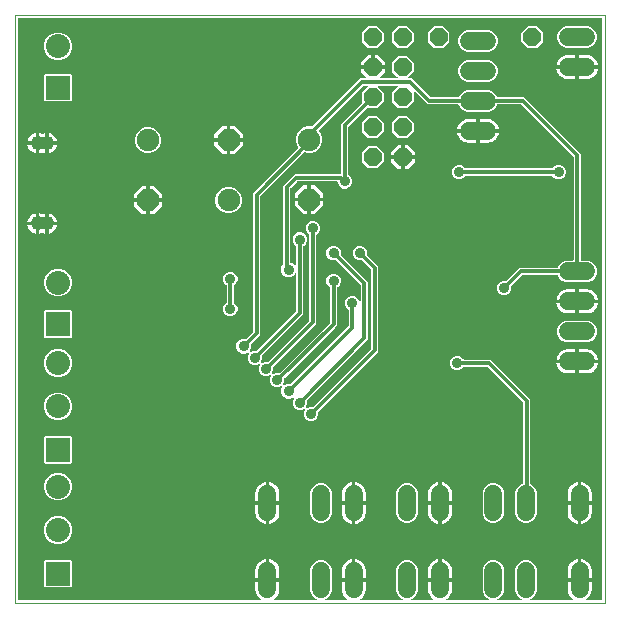
<source format=gbl>
G04 EAGLE Gerber RS-274X export*
G75*
%MOMM*%
%FSLAX34Y34*%
%LPD*%
%INBottom Copper*%
%IPPOS*%
%AMOC8*
5,1,8,0,0,1.08239X$1,22.5*%
G01*
%ADD10C,0.000000*%
%ADD11C,1.228000*%
%ADD12C,1.524000*%
%ADD13R,2.032000X2.032000*%
%ADD14C,2.032000*%
%ADD15C,1.905000*%
%ADD16P,2.061953X8X292.500000*%
%ADD17P,1.649562X8X22.500000*%
%ADD18P,2.061953X8X112.500000*%
%ADD19P,1.649562X8X292.500000*%
%ADD20C,0.904800*%
%ADD21C,0.304800*%

G36*
X207681Y2542D02*
X207681Y2542D01*
X207689Y2541D01*
X207803Y2562D01*
X207916Y2580D01*
X207923Y2584D01*
X207931Y2586D01*
X208032Y2642D01*
X208134Y2696D01*
X208139Y2701D01*
X208146Y2705D01*
X208224Y2790D01*
X208303Y2874D01*
X208306Y2881D01*
X208312Y2887D01*
X208358Y2992D01*
X208407Y3097D01*
X208407Y3105D01*
X208411Y3112D01*
X208421Y3227D01*
X208434Y3341D01*
X208432Y3349D01*
X208433Y3357D01*
X208406Y3470D01*
X208381Y3582D01*
X208377Y3589D01*
X208375Y3596D01*
X208314Y3694D01*
X208255Y3793D01*
X208249Y3798D01*
X208245Y3805D01*
X208121Y3918D01*
X207312Y4505D01*
X206181Y5636D01*
X205241Y6930D01*
X204515Y8355D01*
X204021Y9876D01*
X203771Y11456D01*
X203771Y18352D01*
X213169Y18352D01*
X213189Y18355D01*
X213209Y18353D01*
X213310Y18375D01*
X213412Y18392D01*
X213430Y18401D01*
X213449Y18406D01*
X213538Y18459D01*
X213629Y18507D01*
X213643Y18522D01*
X213660Y18532D01*
X213728Y18610D01*
X213799Y18685D01*
X213807Y18703D01*
X213820Y18719D01*
X213859Y18815D01*
X213902Y18909D01*
X213905Y18928D01*
X213912Y18947D01*
X213931Y19114D01*
X213931Y19876D01*
X213932Y19876D01*
X213932Y19114D01*
X213936Y19094D01*
X213933Y19074D01*
X213955Y18973D01*
X213972Y18871D01*
X213981Y18853D01*
X213986Y18834D01*
X214039Y18745D01*
X214087Y18653D01*
X214102Y18640D01*
X214112Y18623D01*
X214191Y18555D01*
X214266Y18484D01*
X214284Y18476D01*
X214299Y18463D01*
X214395Y18424D01*
X214489Y18380D01*
X214508Y18378D01*
X214527Y18371D01*
X214694Y18352D01*
X224092Y18352D01*
X224092Y11456D01*
X223842Y9876D01*
X223348Y8355D01*
X222622Y6930D01*
X221682Y5636D01*
X220551Y4505D01*
X219742Y3918D01*
X219736Y3912D01*
X219729Y3908D01*
X219651Y3825D01*
X219569Y3743D01*
X219566Y3736D01*
X219560Y3730D01*
X219512Y3626D01*
X219461Y3522D01*
X219460Y3514D01*
X219456Y3507D01*
X219444Y3393D01*
X219429Y3278D01*
X219430Y3270D01*
X219429Y3263D01*
X219454Y3150D01*
X219476Y3037D01*
X219480Y3030D01*
X219482Y3022D01*
X219541Y2923D01*
X219598Y2823D01*
X219604Y2818D01*
X219608Y2811D01*
X219695Y2736D01*
X219781Y2659D01*
X219789Y2656D01*
X219795Y2651D01*
X219901Y2608D01*
X220007Y2563D01*
X220015Y2562D01*
X220023Y2559D01*
X220190Y2541D01*
X254874Y2541D01*
X254970Y2556D01*
X255067Y2566D01*
X255091Y2576D01*
X255116Y2580D01*
X255202Y2626D01*
X255291Y2666D01*
X255311Y2683D01*
X255334Y2696D01*
X255401Y2766D01*
X255473Y2832D01*
X255485Y2855D01*
X255503Y2874D01*
X255544Y2962D01*
X255591Y3048D01*
X255596Y3073D01*
X255607Y3097D01*
X255618Y3194D01*
X255635Y3290D01*
X255631Y3316D01*
X255634Y3341D01*
X255613Y3436D01*
X255599Y3533D01*
X255587Y3556D01*
X255582Y3582D01*
X255532Y3666D01*
X255488Y3752D01*
X255469Y3770D01*
X255455Y3793D01*
X255381Y3856D01*
X255312Y3924D01*
X255283Y3940D01*
X255269Y3953D01*
X255238Y3965D01*
X255165Y4005D01*
X253963Y4503D01*
X251391Y7075D01*
X249999Y10437D01*
X249999Y29314D01*
X251391Y32676D01*
X253963Y35248D01*
X257325Y36640D01*
X260962Y36640D01*
X264324Y35248D01*
X266896Y32676D01*
X268288Y29314D01*
X268288Y10437D01*
X266896Y7075D01*
X264324Y4503D01*
X263122Y4005D01*
X263039Y3954D01*
X262953Y3908D01*
X262935Y3889D01*
X262913Y3876D01*
X262851Y3801D01*
X262784Y3730D01*
X262773Y3706D01*
X262756Y3686D01*
X262721Y3595D01*
X262680Y3507D01*
X262677Y3481D01*
X262668Y3457D01*
X262664Y3359D01*
X262653Y3263D01*
X262659Y3237D01*
X262658Y3211D01*
X262685Y3117D01*
X262705Y3022D01*
X262719Y3000D01*
X262726Y2975D01*
X262782Y2895D01*
X262832Y2811D01*
X262851Y2794D01*
X262866Y2773D01*
X262944Y2714D01*
X263018Y2651D01*
X263043Y2641D01*
X263064Y2626D01*
X263156Y2596D01*
X263247Y2559D01*
X263279Y2556D01*
X263298Y2550D01*
X263331Y2550D01*
X263413Y2541D01*
X280698Y2541D01*
X280706Y2542D01*
X280714Y2541D01*
X280828Y2562D01*
X280941Y2580D01*
X280948Y2584D01*
X280956Y2586D01*
X281057Y2642D01*
X281159Y2696D01*
X281164Y2701D01*
X281171Y2705D01*
X281249Y2790D01*
X281328Y2874D01*
X281331Y2881D01*
X281337Y2887D01*
X281383Y2992D01*
X281432Y3097D01*
X281432Y3105D01*
X281436Y3112D01*
X281446Y3227D01*
X281459Y3341D01*
X281457Y3349D01*
X281458Y3357D01*
X281431Y3470D01*
X281406Y3582D01*
X281402Y3589D01*
X281400Y3596D01*
X281339Y3694D01*
X281280Y3793D01*
X281274Y3798D01*
X281270Y3805D01*
X281146Y3918D01*
X280337Y4505D01*
X279206Y5636D01*
X278266Y6930D01*
X277540Y8355D01*
X277046Y9876D01*
X276796Y11456D01*
X276796Y18352D01*
X286194Y18352D01*
X286214Y18355D01*
X286234Y18353D01*
X286335Y18375D01*
X286437Y18392D01*
X286455Y18401D01*
X286474Y18406D01*
X286563Y18459D01*
X286654Y18507D01*
X286668Y18522D01*
X286685Y18532D01*
X286753Y18610D01*
X286824Y18685D01*
X286832Y18703D01*
X286845Y18719D01*
X286884Y18815D01*
X286927Y18909D01*
X286930Y18928D01*
X286937Y18947D01*
X286956Y19114D01*
X286956Y19876D01*
X286957Y19876D01*
X286957Y19114D01*
X286961Y19094D01*
X286958Y19074D01*
X286980Y18973D01*
X286997Y18871D01*
X287006Y18853D01*
X287011Y18834D01*
X287064Y18745D01*
X287112Y18653D01*
X287127Y18640D01*
X287137Y18623D01*
X287216Y18555D01*
X287291Y18484D01*
X287309Y18476D01*
X287324Y18463D01*
X287420Y18424D01*
X287514Y18380D01*
X287533Y18378D01*
X287552Y18371D01*
X287719Y18352D01*
X297117Y18352D01*
X297117Y11456D01*
X296867Y9876D01*
X296373Y8355D01*
X295647Y6930D01*
X294707Y5636D01*
X293576Y4505D01*
X292767Y3918D01*
X292761Y3912D01*
X292754Y3908D01*
X292676Y3825D01*
X292594Y3743D01*
X292591Y3736D01*
X292585Y3730D01*
X292537Y3626D01*
X292486Y3522D01*
X292485Y3514D01*
X292481Y3507D01*
X292469Y3393D01*
X292454Y3278D01*
X292455Y3270D01*
X292454Y3263D01*
X292479Y3150D01*
X292501Y3037D01*
X292505Y3030D01*
X292507Y3022D01*
X292566Y2923D01*
X292623Y2823D01*
X292629Y2818D01*
X292633Y2811D01*
X292720Y2736D01*
X292806Y2659D01*
X292814Y2656D01*
X292820Y2651D01*
X292926Y2608D01*
X293032Y2563D01*
X293040Y2562D01*
X293048Y2559D01*
X293215Y2541D01*
X327899Y2541D01*
X327995Y2556D01*
X328092Y2566D01*
X328116Y2576D01*
X328141Y2580D01*
X328227Y2626D01*
X328316Y2666D01*
X328336Y2683D01*
X328359Y2696D01*
X328426Y2766D01*
X328498Y2832D01*
X328510Y2855D01*
X328528Y2874D01*
X328569Y2962D01*
X328616Y3048D01*
X328621Y3073D01*
X328632Y3097D01*
X328643Y3194D01*
X328660Y3290D01*
X328656Y3316D01*
X328659Y3341D01*
X328638Y3437D01*
X328624Y3533D01*
X328612Y3556D01*
X328607Y3582D01*
X328557Y3665D01*
X328513Y3752D01*
X328494Y3771D01*
X328480Y3793D01*
X328406Y3856D01*
X328337Y3924D01*
X328308Y3940D01*
X328294Y3953D01*
X328263Y3965D01*
X328190Y4005D01*
X326988Y4503D01*
X324416Y7075D01*
X323024Y10437D01*
X323024Y29314D01*
X324416Y32676D01*
X326988Y35248D01*
X330350Y36640D01*
X333987Y36640D01*
X337349Y35248D01*
X339921Y32676D01*
X341313Y29314D01*
X341313Y10437D01*
X339921Y7075D01*
X337349Y4503D01*
X336147Y4005D01*
X336064Y3954D01*
X335978Y3908D01*
X335960Y3889D01*
X335938Y3876D01*
X335876Y3801D01*
X335809Y3730D01*
X335798Y3706D01*
X335781Y3686D01*
X335746Y3595D01*
X335705Y3507D01*
X335702Y3481D01*
X335693Y3457D01*
X335689Y3359D01*
X335678Y3263D01*
X335684Y3237D01*
X335683Y3211D01*
X335710Y3117D01*
X335730Y3022D01*
X335744Y3000D01*
X335751Y2975D01*
X335807Y2895D01*
X335857Y2811D01*
X335876Y2794D01*
X335891Y2773D01*
X335969Y2714D01*
X336043Y2651D01*
X336068Y2641D01*
X336089Y2626D01*
X336181Y2596D01*
X336272Y2559D01*
X336304Y2556D01*
X336323Y2550D01*
X336356Y2550D01*
X336438Y2541D01*
X353723Y2541D01*
X353731Y2542D01*
X353739Y2541D01*
X353853Y2562D01*
X353966Y2580D01*
X353973Y2584D01*
X353981Y2586D01*
X354082Y2642D01*
X354184Y2696D01*
X354189Y2701D01*
X354196Y2705D01*
X354274Y2790D01*
X354353Y2874D01*
X354356Y2881D01*
X354362Y2887D01*
X354408Y2993D01*
X354457Y3097D01*
X354457Y3105D01*
X354461Y3112D01*
X354471Y3227D01*
X354484Y3341D01*
X354482Y3349D01*
X354483Y3357D01*
X354456Y3470D01*
X354431Y3582D01*
X354427Y3589D01*
X354425Y3596D01*
X354364Y3695D01*
X354305Y3793D01*
X354299Y3798D01*
X354295Y3805D01*
X354171Y3918D01*
X353362Y4505D01*
X352231Y5636D01*
X351291Y6930D01*
X350565Y8355D01*
X350071Y9876D01*
X349821Y11456D01*
X349821Y18352D01*
X359219Y18352D01*
X359239Y18355D01*
X359259Y18353D01*
X359360Y18375D01*
X359462Y18392D01*
X359480Y18401D01*
X359499Y18406D01*
X359588Y18459D01*
X359679Y18507D01*
X359693Y18522D01*
X359710Y18532D01*
X359778Y18610D01*
X359849Y18685D01*
X359857Y18703D01*
X359870Y18719D01*
X359909Y18815D01*
X359952Y18909D01*
X359955Y18928D01*
X359962Y18947D01*
X359981Y19114D01*
X359981Y19876D01*
X359982Y19876D01*
X359982Y19114D01*
X359986Y19094D01*
X359983Y19074D01*
X360005Y18973D01*
X360022Y18871D01*
X360031Y18853D01*
X360036Y18834D01*
X360089Y18745D01*
X360137Y18653D01*
X360152Y18640D01*
X360162Y18623D01*
X360241Y18555D01*
X360316Y18484D01*
X360334Y18476D01*
X360349Y18463D01*
X360445Y18424D01*
X360539Y18380D01*
X360558Y18378D01*
X360577Y18371D01*
X360744Y18352D01*
X370142Y18352D01*
X370142Y11456D01*
X369892Y9876D01*
X369398Y8355D01*
X368672Y6930D01*
X367732Y5636D01*
X366601Y4505D01*
X365792Y3918D01*
X365787Y3912D01*
X365779Y3908D01*
X365701Y3825D01*
X365619Y3743D01*
X365616Y3736D01*
X365610Y3730D01*
X365562Y3626D01*
X365511Y3522D01*
X365510Y3514D01*
X365506Y3507D01*
X365494Y3393D01*
X365479Y3278D01*
X365480Y3270D01*
X365479Y3263D01*
X365504Y3150D01*
X365526Y3037D01*
X365530Y3030D01*
X365532Y3022D01*
X365591Y2923D01*
X365648Y2823D01*
X365654Y2818D01*
X365658Y2811D01*
X365746Y2736D01*
X365831Y2659D01*
X365839Y2656D01*
X365845Y2651D01*
X365952Y2608D01*
X366057Y2563D01*
X366065Y2562D01*
X366073Y2559D01*
X366240Y2541D01*
X400924Y2541D01*
X401020Y2556D01*
X401117Y2566D01*
X401141Y2576D01*
X401166Y2580D01*
X401252Y2626D01*
X401341Y2666D01*
X401361Y2683D01*
X401384Y2696D01*
X401451Y2766D01*
X401523Y2832D01*
X401535Y2855D01*
X401553Y2874D01*
X401594Y2962D01*
X401641Y3048D01*
X401646Y3073D01*
X401657Y3097D01*
X401668Y3194D01*
X401685Y3290D01*
X401681Y3316D01*
X401684Y3341D01*
X401663Y3437D01*
X401649Y3533D01*
X401637Y3556D01*
X401632Y3582D01*
X401582Y3665D01*
X401538Y3752D01*
X401519Y3771D01*
X401505Y3793D01*
X401431Y3856D01*
X401362Y3924D01*
X401333Y3940D01*
X401319Y3953D01*
X401288Y3965D01*
X401215Y4005D01*
X400013Y4503D01*
X397441Y7075D01*
X396049Y10437D01*
X396049Y29314D01*
X397441Y32676D01*
X400013Y35248D01*
X403375Y36640D01*
X407012Y36640D01*
X410374Y35248D01*
X412946Y32676D01*
X414338Y29314D01*
X414338Y10437D01*
X412946Y7075D01*
X410374Y4503D01*
X409172Y4005D01*
X409089Y3954D01*
X409003Y3908D01*
X408985Y3889D01*
X408963Y3876D01*
X408901Y3801D01*
X408834Y3730D01*
X408823Y3706D01*
X408806Y3686D01*
X408771Y3595D01*
X408730Y3507D01*
X408727Y3481D01*
X408718Y3457D01*
X408714Y3359D01*
X408703Y3263D01*
X408709Y3237D01*
X408708Y3211D01*
X408735Y3117D01*
X408755Y3022D01*
X408769Y3000D01*
X408776Y2975D01*
X408832Y2895D01*
X408882Y2811D01*
X408901Y2794D01*
X408916Y2773D01*
X408994Y2714D01*
X409068Y2651D01*
X409093Y2641D01*
X409114Y2626D01*
X409206Y2596D01*
X409297Y2559D01*
X409329Y2556D01*
X409348Y2550D01*
X409381Y2550D01*
X409463Y2541D01*
X428737Y2541D01*
X428833Y2556D01*
X428930Y2566D01*
X428954Y2576D01*
X428979Y2580D01*
X429065Y2626D01*
X429154Y2666D01*
X429174Y2683D01*
X429197Y2696D01*
X429264Y2766D01*
X429336Y2832D01*
X429348Y2855D01*
X429366Y2874D01*
X429407Y2962D01*
X429454Y3048D01*
X429459Y3073D01*
X429470Y3097D01*
X429481Y3194D01*
X429498Y3290D01*
X429494Y3316D01*
X429497Y3341D01*
X429476Y3436D01*
X429462Y3533D01*
X429450Y3556D01*
X429445Y3582D01*
X429395Y3666D01*
X429351Y3752D01*
X429332Y3770D01*
X429318Y3793D01*
X429244Y3856D01*
X429175Y3924D01*
X429146Y3940D01*
X429132Y3953D01*
X429101Y3965D01*
X429028Y4005D01*
X427826Y4503D01*
X425254Y7075D01*
X423862Y10437D01*
X423862Y29314D01*
X425254Y32676D01*
X427826Y35248D01*
X431188Y36640D01*
X434825Y36640D01*
X438187Y35248D01*
X440759Y32676D01*
X442151Y29314D01*
X442151Y10437D01*
X440759Y7075D01*
X438187Y4503D01*
X436985Y4005D01*
X436902Y3954D01*
X436816Y3908D01*
X436798Y3889D01*
X436776Y3876D01*
X436714Y3801D01*
X436647Y3730D01*
X436636Y3706D01*
X436619Y3686D01*
X436584Y3595D01*
X436543Y3507D01*
X436540Y3481D01*
X436531Y3457D01*
X436527Y3359D01*
X436516Y3263D01*
X436522Y3237D01*
X436521Y3211D01*
X436548Y3117D01*
X436568Y3022D01*
X436582Y3000D01*
X436589Y2975D01*
X436645Y2895D01*
X436695Y2811D01*
X436714Y2794D01*
X436729Y2773D01*
X436807Y2714D01*
X436881Y2651D01*
X436906Y2641D01*
X436927Y2626D01*
X437019Y2596D01*
X437110Y2559D01*
X437142Y2556D01*
X437161Y2550D01*
X437194Y2550D01*
X437276Y2541D01*
X471960Y2541D01*
X471968Y2542D01*
X471976Y2541D01*
X472090Y2562D01*
X472203Y2580D01*
X472210Y2584D01*
X472218Y2586D01*
X472319Y2642D01*
X472421Y2696D01*
X472426Y2701D01*
X472433Y2705D01*
X472511Y2790D01*
X472590Y2874D01*
X472593Y2881D01*
X472599Y2887D01*
X472645Y2992D01*
X472694Y3097D01*
X472694Y3105D01*
X472698Y3112D01*
X472708Y3227D01*
X472721Y3341D01*
X472719Y3349D01*
X472720Y3357D01*
X472693Y3470D01*
X472668Y3582D01*
X472664Y3589D01*
X472662Y3596D01*
X472601Y3694D01*
X472542Y3793D01*
X472536Y3798D01*
X472532Y3805D01*
X472408Y3918D01*
X471599Y4505D01*
X470468Y5636D01*
X469528Y6930D01*
X468802Y8355D01*
X468308Y9876D01*
X468058Y11456D01*
X468058Y18352D01*
X477456Y18352D01*
X477476Y18355D01*
X477496Y18353D01*
X477597Y18375D01*
X477699Y18392D01*
X477717Y18401D01*
X477736Y18406D01*
X477825Y18459D01*
X477916Y18507D01*
X477930Y18522D01*
X477947Y18532D01*
X478015Y18610D01*
X478086Y18685D01*
X478094Y18703D01*
X478107Y18719D01*
X478146Y18815D01*
X478189Y18909D01*
X478192Y18928D01*
X478199Y18947D01*
X478218Y19114D01*
X478218Y19876D01*
X478219Y19876D01*
X478219Y19114D01*
X478223Y19094D01*
X478220Y19074D01*
X478242Y18973D01*
X478259Y18871D01*
X478268Y18853D01*
X478273Y18834D01*
X478326Y18745D01*
X478374Y18653D01*
X478389Y18640D01*
X478399Y18623D01*
X478478Y18555D01*
X478553Y18484D01*
X478571Y18476D01*
X478586Y18463D01*
X478682Y18424D01*
X478776Y18380D01*
X478795Y18378D01*
X478814Y18371D01*
X478981Y18352D01*
X488379Y18352D01*
X488379Y11456D01*
X488129Y9876D01*
X487635Y8355D01*
X486909Y6930D01*
X485969Y5636D01*
X484838Y4505D01*
X484029Y3918D01*
X484023Y3912D01*
X484016Y3908D01*
X483938Y3825D01*
X483856Y3743D01*
X483853Y3736D01*
X483847Y3730D01*
X483799Y3626D01*
X483748Y3522D01*
X483747Y3514D01*
X483743Y3507D01*
X483731Y3393D01*
X483716Y3278D01*
X483717Y3270D01*
X483716Y3263D01*
X483741Y3150D01*
X483763Y3037D01*
X483767Y3030D01*
X483769Y3022D01*
X483828Y2923D01*
X483885Y2823D01*
X483891Y2818D01*
X483895Y2811D01*
X483982Y2736D01*
X484068Y2659D01*
X484076Y2656D01*
X484082Y2651D01*
X484188Y2608D01*
X484294Y2563D01*
X484302Y2562D01*
X484310Y2559D01*
X484477Y2541D01*
X496636Y2541D01*
X496655Y2544D01*
X496675Y2542D01*
X496776Y2564D01*
X496878Y2580D01*
X496896Y2590D01*
X496915Y2594D01*
X497004Y2647D01*
X497096Y2696D01*
X497109Y2710D01*
X497126Y2720D01*
X497194Y2799D01*
X497265Y2874D01*
X497273Y2892D01*
X497286Y2907D01*
X497325Y3003D01*
X497369Y3097D01*
X497371Y3117D01*
X497378Y3135D01*
X497397Y3302D01*
X497397Y495073D01*
X497394Y495091D01*
X497396Y495109D01*
X497395Y495110D01*
X497396Y495112D01*
X497374Y495214D01*
X497357Y495316D01*
X497348Y495333D01*
X497343Y495353D01*
X497290Y495442D01*
X497242Y495533D01*
X497228Y495547D01*
X497217Y495564D01*
X497139Y495631D01*
X497064Y495703D01*
X497046Y495711D01*
X497030Y495724D01*
X496934Y495763D01*
X496841Y495806D01*
X496821Y495808D01*
X496802Y495816D01*
X496636Y495834D01*
X3302Y495834D01*
X3282Y495831D01*
X3263Y495833D01*
X3161Y495811D01*
X3059Y495795D01*
X3042Y495785D01*
X3022Y495781D01*
X2933Y495728D01*
X2842Y495679D01*
X2828Y495665D01*
X2811Y495655D01*
X2744Y495576D01*
X2672Y495501D01*
X2664Y495483D01*
X2651Y495468D01*
X2612Y495372D01*
X2569Y495278D01*
X2567Y495258D01*
X2559Y495240D01*
X2541Y495073D01*
X2541Y3302D01*
X2544Y3282D01*
X2542Y3263D01*
X2564Y3161D01*
X2580Y3059D01*
X2590Y3042D01*
X2594Y3022D01*
X2647Y2933D01*
X2696Y2842D01*
X2710Y2828D01*
X2720Y2811D01*
X2799Y2744D01*
X2874Y2672D01*
X2892Y2664D01*
X2907Y2651D01*
X3003Y2612D01*
X3097Y2569D01*
X3117Y2567D01*
X3135Y2559D01*
X3302Y2541D01*
X207673Y2541D01*
X207681Y2542D01*
G37*
%LPC*%
G36*
X249622Y154289D02*
X249622Y154289D01*
X247399Y155210D01*
X245697Y156911D01*
X244776Y159134D01*
X244776Y161541D01*
X245680Y163723D01*
X245697Y163793D01*
X245722Y163860D01*
X245725Y163912D01*
X245736Y163963D01*
X245730Y164034D01*
X245733Y164106D01*
X245718Y164156D01*
X245713Y164208D01*
X245684Y164273D01*
X245664Y164342D01*
X245635Y164385D01*
X245613Y164432D01*
X245565Y164485D01*
X245524Y164544D01*
X245482Y164575D01*
X245447Y164613D01*
X245384Y164648D01*
X245327Y164691D01*
X245277Y164707D01*
X245231Y164732D01*
X245161Y164745D01*
X245093Y164767D01*
X245041Y164766D01*
X244989Y164776D01*
X244918Y164765D01*
X244847Y164765D01*
X244778Y164745D01*
X244746Y164740D01*
X244725Y164729D01*
X244686Y164718D01*
X242503Y163814D01*
X240097Y163814D01*
X237874Y164735D01*
X236172Y166436D01*
X235251Y168659D01*
X235251Y171066D01*
X236155Y173248D01*
X236172Y173318D01*
X236197Y173385D01*
X236200Y173437D01*
X236211Y173488D01*
X236205Y173559D01*
X236208Y173631D01*
X236193Y173681D01*
X236188Y173733D01*
X236159Y173798D01*
X236139Y173867D01*
X236110Y173910D01*
X236088Y173957D01*
X236040Y174010D01*
X235999Y174069D01*
X235957Y174100D01*
X235922Y174138D01*
X235859Y174173D01*
X235802Y174216D01*
X235752Y174232D01*
X235706Y174257D01*
X235636Y174270D01*
X235568Y174292D01*
X235516Y174291D01*
X235464Y174301D01*
X235393Y174290D01*
X235322Y174290D01*
X235253Y174270D01*
X235221Y174265D01*
X235200Y174254D01*
X235161Y174243D01*
X232978Y173339D01*
X230572Y173339D01*
X228349Y174260D01*
X226647Y175961D01*
X225726Y178184D01*
X225726Y180591D01*
X226630Y182773D01*
X226647Y182843D01*
X226672Y182910D01*
X226675Y182962D01*
X226686Y183013D01*
X226680Y183084D01*
X226683Y183156D01*
X226668Y183206D01*
X226663Y183258D01*
X226634Y183323D01*
X226614Y183392D01*
X226585Y183435D01*
X226563Y183482D01*
X226515Y183535D01*
X226474Y183594D01*
X226432Y183625D01*
X226397Y183663D01*
X226334Y183698D01*
X226277Y183741D01*
X226227Y183757D01*
X226181Y183782D01*
X226111Y183795D01*
X226043Y183817D01*
X225991Y183816D01*
X225939Y183826D01*
X225868Y183815D01*
X225797Y183815D01*
X225728Y183795D01*
X225696Y183790D01*
X225675Y183779D01*
X225636Y183768D01*
X223453Y182864D01*
X221047Y182864D01*
X218824Y183785D01*
X217122Y185486D01*
X216201Y187709D01*
X216201Y190116D01*
X217105Y192298D01*
X217122Y192368D01*
X217147Y192435D01*
X217150Y192487D01*
X217161Y192538D01*
X217155Y192609D01*
X217158Y192681D01*
X217143Y192731D01*
X217138Y192783D01*
X217109Y192848D01*
X217089Y192917D01*
X217060Y192960D01*
X217038Y193007D01*
X216990Y193060D01*
X216949Y193119D01*
X216907Y193150D01*
X216872Y193188D01*
X216809Y193223D01*
X216752Y193266D01*
X216702Y193282D01*
X216656Y193307D01*
X216586Y193320D01*
X216518Y193342D01*
X216466Y193341D01*
X216414Y193351D01*
X216343Y193340D01*
X216272Y193340D01*
X216203Y193320D01*
X216171Y193315D01*
X216150Y193304D01*
X216111Y193293D01*
X213928Y192389D01*
X211522Y192389D01*
X209299Y193310D01*
X207597Y195011D01*
X206676Y197234D01*
X206676Y199641D01*
X207580Y201823D01*
X207597Y201893D01*
X207622Y201960D01*
X207625Y202012D01*
X207636Y202063D01*
X207630Y202134D01*
X207633Y202206D01*
X207618Y202256D01*
X207613Y202308D01*
X207584Y202373D01*
X207564Y202442D01*
X207535Y202485D01*
X207513Y202532D01*
X207465Y202585D01*
X207424Y202644D01*
X207382Y202675D01*
X207347Y202713D01*
X207284Y202748D01*
X207227Y202791D01*
X207177Y202807D01*
X207131Y202832D01*
X207061Y202845D01*
X206993Y202867D01*
X206941Y202866D01*
X206889Y202876D01*
X206818Y202865D01*
X206747Y202865D01*
X206678Y202845D01*
X206646Y202840D01*
X206625Y202829D01*
X206586Y202818D01*
X204403Y201914D01*
X201997Y201914D01*
X199774Y202835D01*
X198072Y204536D01*
X197151Y206759D01*
X197151Y209166D01*
X198055Y211348D01*
X198072Y211418D01*
X198097Y211485D01*
X198100Y211537D01*
X198111Y211588D01*
X198105Y211659D01*
X198108Y211731D01*
X198093Y211781D01*
X198088Y211833D01*
X198059Y211898D01*
X198039Y211967D01*
X198010Y212010D01*
X197988Y212057D01*
X197940Y212110D01*
X197899Y212169D01*
X197857Y212200D01*
X197822Y212238D01*
X197759Y212273D01*
X197702Y212316D01*
X197652Y212332D01*
X197606Y212357D01*
X197536Y212370D01*
X197468Y212392D01*
X197416Y212391D01*
X197364Y212401D01*
X197293Y212390D01*
X197222Y212390D01*
X197153Y212370D01*
X197121Y212365D01*
X197100Y212354D01*
X197061Y212343D01*
X194878Y211439D01*
X192472Y211439D01*
X190249Y212360D01*
X188547Y214061D01*
X187626Y216284D01*
X187626Y218691D01*
X188547Y220914D01*
X190249Y222615D01*
X192472Y223536D01*
X194945Y223536D01*
X195013Y223519D01*
X195019Y223520D01*
X195025Y223518D01*
X195142Y223529D01*
X195258Y223538D01*
X195264Y223541D01*
X195270Y223541D01*
X195378Y223589D01*
X195484Y223635D01*
X195490Y223639D01*
X195495Y223641D01*
X195508Y223654D01*
X195615Y223739D01*
X201516Y229640D01*
X201561Y229703D01*
X201583Y229726D01*
X201588Y229736D01*
X201628Y229783D01*
X201641Y229813D01*
X201659Y229840D01*
X201686Y229927D01*
X201720Y230011D01*
X201725Y230052D01*
X201732Y230075D01*
X201731Y230107D01*
X201739Y230178D01*
X201739Y347338D01*
X239793Y385392D01*
X239804Y385408D01*
X239820Y385421D01*
X239876Y385508D01*
X239936Y385591D01*
X239942Y385611D01*
X239953Y385628D01*
X239978Y385728D01*
X240009Y385826D01*
X240008Y385847D01*
X240013Y385866D01*
X240005Y385969D01*
X240002Y386072D01*
X239995Y386091D01*
X239994Y386111D01*
X239953Y386206D01*
X239918Y386303D01*
X239905Y386319D01*
X239897Y386338D01*
X239886Y386351D01*
X238188Y390452D01*
X238188Y394848D01*
X239870Y398909D01*
X242978Y402017D01*
X247040Y403700D01*
X251435Y403700D01*
X251525Y403714D01*
X251616Y403722D01*
X251646Y403734D01*
X251678Y403739D01*
X251759Y403782D01*
X251843Y403818D01*
X251875Y403844D01*
X251895Y403855D01*
X251913Y403873D01*
X251915Y403874D01*
X251922Y403881D01*
X251974Y403923D01*
X292425Y444374D01*
X296657Y444374D01*
X296727Y444385D01*
X296799Y444387D01*
X296848Y444405D01*
X296899Y444413D01*
X296963Y444447D01*
X297030Y444472D01*
X297071Y444504D01*
X297117Y444529D01*
X297166Y444581D01*
X297222Y444625D01*
X297250Y444669D01*
X297286Y444707D01*
X297316Y444772D01*
X297355Y444832D01*
X297368Y444883D01*
X297390Y444930D01*
X297398Y445001D01*
X297415Y445071D01*
X297411Y445123D01*
X297417Y445174D01*
X297402Y445245D01*
X297396Y445316D01*
X297376Y445364D01*
X297365Y445415D01*
X297328Y445476D01*
X297300Y445542D01*
X297255Y445598D01*
X297238Y445626D01*
X297221Y445641D01*
X297195Y445673D01*
X293052Y449816D01*
X293052Y452502D01*
X302450Y452502D01*
X302470Y452505D01*
X302490Y452503D01*
X302591Y452525D01*
X302693Y452542D01*
X302711Y452551D01*
X302730Y452555D01*
X302819Y452608D01*
X302910Y452657D01*
X302924Y452671D01*
X302941Y452681D01*
X303009Y452760D01*
X303080Y452835D01*
X303088Y452853D01*
X303101Y452868D01*
X303140Y452964D01*
X303183Y453058D01*
X303186Y453078D01*
X303193Y453096D01*
X303212Y453263D01*
X303212Y454026D01*
X303213Y454026D01*
X303213Y453263D01*
X303217Y453243D01*
X303214Y453224D01*
X303236Y453122D01*
X303253Y453020D01*
X303262Y453003D01*
X303267Y452983D01*
X303320Y452894D01*
X303368Y452803D01*
X303383Y452789D01*
X303393Y452772D01*
X303472Y452705D01*
X303547Y452634D01*
X303565Y452625D01*
X303580Y452612D01*
X303676Y452573D01*
X303770Y452530D01*
X303789Y452528D01*
X303808Y452520D01*
X303975Y452502D01*
X313373Y452502D01*
X313373Y449816D01*
X309230Y445673D01*
X309188Y445615D01*
X309139Y445563D01*
X309117Y445516D01*
X309087Y445474D01*
X309066Y445405D01*
X309035Y445340D01*
X309030Y445288D01*
X309014Y445238D01*
X309016Y445167D01*
X309008Y445096D01*
X309019Y445045D01*
X309021Y444993D01*
X309045Y444925D01*
X309060Y444855D01*
X309087Y444810D01*
X309105Y444762D01*
X309150Y444706D01*
X309187Y444644D01*
X309226Y444610D01*
X309259Y444570D01*
X309319Y444531D01*
X309374Y444484D01*
X309422Y444465D01*
X309466Y444437D01*
X309535Y444419D01*
X309602Y444392D01*
X309673Y444384D01*
X309704Y444376D01*
X309728Y444378D01*
X309768Y444374D01*
X323493Y444374D01*
X323564Y444385D01*
X323636Y444387D01*
X323685Y444405D01*
X323736Y444413D01*
X323799Y444447D01*
X323867Y444472D01*
X323907Y444504D01*
X323954Y444529D01*
X324003Y444581D01*
X324059Y444625D01*
X324087Y444669D01*
X324123Y444707D01*
X324153Y444772D01*
X324192Y444832D01*
X324205Y444883D01*
X324227Y444930D01*
X324234Y445001D01*
X324252Y445071D01*
X324248Y445123D01*
X324254Y445174D01*
X324238Y445245D01*
X324233Y445316D01*
X324212Y445364D01*
X324201Y445415D01*
X324165Y445476D01*
X324136Y445542D01*
X324092Y445598D01*
X324075Y445626D01*
X324057Y445641D01*
X324032Y445673D01*
X319468Y450237D01*
X319468Y457813D01*
X324825Y463170D01*
X332400Y463170D01*
X337757Y457813D01*
X337757Y450237D01*
X333193Y445673D01*
X333151Y445615D01*
X333102Y445563D01*
X333080Y445516D01*
X333050Y445474D01*
X333029Y445405D01*
X332998Y445340D01*
X332993Y445288D01*
X332977Y445238D01*
X332979Y445167D01*
X332971Y445096D01*
X332982Y445045D01*
X332984Y444993D01*
X333008Y444925D01*
X333024Y444855D01*
X333050Y444810D01*
X333068Y444762D01*
X333113Y444706D01*
X333150Y444644D01*
X333189Y444610D01*
X333222Y444570D01*
X333282Y444531D01*
X333337Y444484D01*
X333385Y444465D01*
X333429Y444437D01*
X333498Y444419D01*
X333565Y444392D01*
X333636Y444384D01*
X333667Y444376D01*
X333691Y444378D01*
X333732Y444374D01*
X336225Y444374D01*
X351877Y428722D01*
X351951Y428669D01*
X352021Y428609D01*
X352051Y428597D01*
X352077Y428578D01*
X352164Y428551D01*
X352249Y428517D01*
X352290Y428513D01*
X352312Y428506D01*
X352344Y428507D01*
X352416Y428499D01*
X375348Y428499D01*
X375463Y428518D01*
X375579Y428535D01*
X375585Y428537D01*
X375591Y428538D01*
X375694Y428593D01*
X375799Y428646D01*
X375803Y428651D01*
X375809Y428654D01*
X375888Y428738D01*
X375971Y428822D01*
X375975Y428828D01*
X375978Y428832D01*
X375986Y428849D01*
X376052Y428969D01*
X376740Y430630D01*
X379312Y433203D01*
X382674Y434595D01*
X401551Y434595D01*
X404913Y433203D01*
X407485Y430630D01*
X408173Y428969D01*
X408235Y428869D01*
X408295Y428769D01*
X408300Y428765D01*
X408303Y428760D01*
X408392Y428685D01*
X408482Y428609D01*
X408488Y428607D01*
X408492Y428603D01*
X408600Y428561D01*
X408710Y428517D01*
X408717Y428516D01*
X408722Y428515D01*
X408740Y428514D01*
X408877Y428499D01*
X431475Y428499D01*
X479299Y380675D01*
X479299Y290893D01*
X479302Y290874D01*
X479300Y290854D01*
X479322Y290753D01*
X479338Y290651D01*
X479348Y290633D01*
X479352Y290614D01*
X479405Y290525D01*
X479454Y290433D01*
X479468Y290420D01*
X479478Y290403D01*
X479557Y290335D01*
X479632Y290264D01*
X479650Y290256D01*
X479665Y290243D01*
X479761Y290204D01*
X479855Y290160D01*
X479875Y290158D01*
X479893Y290151D01*
X480060Y290132D01*
X485689Y290132D01*
X489050Y288740D01*
X491623Y286168D01*
X493015Y282806D01*
X493015Y279169D01*
X491623Y275807D01*
X489050Y273235D01*
X485689Y271843D01*
X466811Y271843D01*
X463450Y273235D01*
X460877Y275807D01*
X460189Y277469D01*
X460128Y277568D01*
X460068Y277668D01*
X460063Y277673D01*
X460060Y277678D01*
X459970Y277752D01*
X459881Y277828D01*
X459875Y277831D01*
X459870Y277835D01*
X459762Y277876D01*
X459653Y277920D01*
X459645Y277921D01*
X459641Y277923D01*
X459622Y277924D01*
X459486Y277939D01*
X430203Y277939D01*
X430113Y277924D01*
X430022Y277917D01*
X429992Y277904D01*
X429960Y277899D01*
X429880Y277856D01*
X429796Y277821D01*
X429764Y277795D01*
X429743Y277784D01*
X429721Y277761D01*
X429665Y277716D01*
X420589Y268640D01*
X420521Y268546D01*
X420451Y268451D01*
X420449Y268446D01*
X420446Y268441D01*
X420412Y268329D01*
X420375Y268217D01*
X420375Y268211D01*
X420374Y268206D01*
X420377Y268089D01*
X420378Y267972D01*
X420380Y267965D01*
X420380Y267960D01*
X420386Y267943D01*
X420386Y267942D01*
X420386Y265497D01*
X419465Y263274D01*
X417764Y261572D01*
X415541Y260651D01*
X413134Y260651D01*
X410911Y261572D01*
X409210Y263274D01*
X408289Y265497D01*
X408289Y267903D01*
X409210Y270126D01*
X410911Y271828D01*
X413134Y272749D01*
X415608Y272749D01*
X415675Y272732D01*
X415681Y272732D01*
X415687Y272731D01*
X415805Y272742D01*
X415921Y272751D01*
X415926Y272753D01*
X415932Y272754D01*
X416040Y272802D01*
X416147Y272847D01*
X416153Y272852D01*
X416157Y272854D01*
X416171Y272866D01*
X416278Y272952D01*
X425353Y282027D01*
X427362Y284036D01*
X459486Y284036D01*
X459601Y284055D01*
X459717Y284072D01*
X459723Y284075D01*
X459729Y284076D01*
X459831Y284130D01*
X459936Y284184D01*
X459941Y284188D01*
X459946Y284191D01*
X460026Y284275D01*
X460108Y284359D01*
X460112Y284366D01*
X460115Y284369D01*
X460123Y284386D01*
X460189Y284506D01*
X460877Y286168D01*
X463450Y288740D01*
X466811Y290132D01*
X472440Y290132D01*
X472460Y290135D01*
X472479Y290133D01*
X472581Y290155D01*
X472683Y290172D01*
X472700Y290181D01*
X472720Y290186D01*
X472809Y290239D01*
X472900Y290287D01*
X472914Y290301D01*
X472931Y290312D01*
X472998Y290390D01*
X473070Y290465D01*
X473078Y290483D01*
X473091Y290499D01*
X473130Y290595D01*
X473173Y290688D01*
X473175Y290708D01*
X473183Y290727D01*
X473201Y290893D01*
X473201Y377834D01*
X473196Y377865D01*
X473198Y377876D01*
X473186Y377929D01*
X473179Y378015D01*
X473167Y378045D01*
X473162Y378077D01*
X473149Y378101D01*
X473145Y378117D01*
X473114Y378170D01*
X473083Y378242D01*
X473057Y378274D01*
X473046Y378294D01*
X473030Y378311D01*
X473019Y378328D01*
X473003Y378342D01*
X472978Y378373D01*
X429173Y422178D01*
X429099Y422231D01*
X429029Y422291D01*
X428999Y422303D01*
X428973Y422322D01*
X428886Y422349D01*
X428801Y422383D01*
X428760Y422387D01*
X428738Y422394D01*
X428706Y422393D01*
X428634Y422401D01*
X408877Y422401D01*
X408762Y422382D01*
X408646Y422365D01*
X408640Y422363D01*
X408634Y422362D01*
X408531Y422307D01*
X408426Y422254D01*
X408422Y422249D01*
X408416Y422246D01*
X408337Y422162D01*
X408254Y422078D01*
X408250Y422072D01*
X408247Y422068D01*
X408239Y422051D01*
X408173Y421931D01*
X407485Y420270D01*
X404913Y417697D01*
X401551Y416305D01*
X382674Y416305D01*
X379312Y417697D01*
X376740Y420270D01*
X376052Y421931D01*
X375990Y422031D01*
X375930Y422131D01*
X375925Y422135D01*
X375922Y422140D01*
X375833Y422215D01*
X375743Y422291D01*
X375737Y422293D01*
X375733Y422297D01*
X375625Y422339D01*
X375515Y422383D01*
X375508Y422384D01*
X375503Y422385D01*
X375485Y422386D01*
X375348Y422401D01*
X349575Y422401D01*
X339057Y432919D01*
X338999Y432961D01*
X338947Y433010D01*
X338899Y433032D01*
X338857Y433063D01*
X338789Y433084D01*
X338723Y433114D01*
X338672Y433120D01*
X338622Y433135D01*
X338550Y433133D01*
X338479Y433141D01*
X338428Y433130D01*
X338376Y433129D01*
X338309Y433104D01*
X338239Y433089D01*
X338194Y433062D01*
X338145Y433044D01*
X338089Y432999D01*
X338028Y432963D01*
X337994Y432923D01*
X337953Y432891D01*
X337914Y432830D01*
X337868Y432776D01*
X337848Y432727D01*
X337820Y432684D01*
X337803Y432614D01*
X337776Y432548D01*
X337768Y432476D01*
X337760Y432445D01*
X337762Y432422D01*
X337757Y432381D01*
X337757Y424837D01*
X332400Y419480D01*
X324825Y419480D01*
X319468Y424837D01*
X319468Y432413D01*
X324032Y436977D01*
X324074Y437035D01*
X324123Y437087D01*
X324145Y437134D01*
X324175Y437176D01*
X324196Y437245D01*
X324227Y437310D01*
X324232Y437362D01*
X324248Y437412D01*
X324246Y437483D01*
X324254Y437554D01*
X324243Y437605D01*
X324241Y437657D01*
X324217Y437725D01*
X324201Y437795D01*
X324175Y437840D01*
X324157Y437888D01*
X324112Y437944D01*
X324075Y438006D01*
X324036Y438040D01*
X324003Y438080D01*
X323943Y438119D01*
X323888Y438166D01*
X323840Y438185D01*
X323796Y438213D01*
X323727Y438231D01*
X323660Y438258D01*
X323589Y438266D01*
X323558Y438274D01*
X323534Y438272D01*
X323493Y438276D01*
X308332Y438276D01*
X308261Y438265D01*
X308189Y438263D01*
X308140Y438245D01*
X308089Y438237D01*
X308026Y438203D01*
X307958Y438178D01*
X307918Y438146D01*
X307871Y438121D01*
X307822Y438069D01*
X307766Y438025D01*
X307738Y437981D01*
X307702Y437943D01*
X307672Y437878D01*
X307633Y437818D01*
X307620Y437767D01*
X307598Y437720D01*
X307591Y437649D01*
X307573Y437579D01*
X307577Y437527D01*
X307571Y437476D01*
X307587Y437405D01*
X307592Y437334D01*
X307613Y437286D01*
X307624Y437235D01*
X307660Y437174D01*
X307689Y437108D01*
X307733Y437052D01*
X307750Y437024D01*
X307768Y437009D01*
X307793Y436977D01*
X312357Y432413D01*
X312357Y424837D01*
X307000Y419480D01*
X299421Y419480D01*
X299412Y419492D01*
X299324Y419548D01*
X299241Y419608D01*
X299222Y419614D01*
X299205Y419625D01*
X299104Y419650D01*
X299005Y419681D01*
X298986Y419680D01*
X298966Y419685D01*
X298863Y419677D01*
X298760Y419674D01*
X298741Y419667D01*
X298721Y419666D01*
X298626Y419625D01*
X298529Y419590D01*
X298513Y419577D01*
X298495Y419569D01*
X298364Y419465D01*
X282672Y403773D01*
X282619Y403699D01*
X282559Y403629D01*
X282547Y403599D01*
X282528Y403573D01*
X282501Y403486D01*
X282467Y403401D01*
X282463Y403360D01*
X282456Y403338D01*
X282457Y403306D01*
X282449Y403234D01*
X282449Y362980D01*
X282468Y362865D01*
X282485Y362749D01*
X282487Y362744D01*
X282488Y362738D01*
X282543Y362635D01*
X282596Y362530D01*
X282601Y362526D01*
X282604Y362520D01*
X282688Y362440D01*
X282772Y362358D01*
X282778Y362354D01*
X282782Y362351D01*
X282798Y362343D01*
X284528Y360614D01*
X285449Y358391D01*
X285449Y355984D01*
X284528Y353761D01*
X282826Y352060D01*
X280603Y351139D01*
X278197Y351139D01*
X275974Y352060D01*
X274272Y353761D01*
X273351Y355984D01*
X273351Y356553D01*
X273350Y356560D01*
X273350Y356561D01*
X273348Y356570D01*
X273348Y356572D01*
X273350Y356592D01*
X273328Y356693D01*
X273312Y356795D01*
X273302Y356813D01*
X273298Y356832D01*
X273245Y356921D01*
X273196Y357013D01*
X273182Y357026D01*
X273172Y357043D01*
X273093Y357111D01*
X273018Y357182D01*
X273000Y357190D01*
X272985Y357203D01*
X272889Y357242D01*
X272795Y357286D01*
X272775Y357288D01*
X272757Y357295D01*
X272590Y357314D01*
X239703Y357314D01*
X239613Y357299D01*
X239522Y357292D01*
X239492Y357279D01*
X239460Y357274D01*
X239380Y357231D01*
X239296Y357196D01*
X239264Y357170D01*
X239243Y357159D01*
X239221Y357136D01*
X239165Y357091D01*
X233459Y351385D01*
X233406Y351311D01*
X233347Y351242D01*
X233334Y351212D01*
X233316Y351185D01*
X233289Y351098D01*
X233255Y351014D01*
X233250Y350973D01*
X233243Y350950D01*
X233244Y350918D01*
X233236Y350847D01*
X233236Y289025D01*
X233255Y288911D01*
X233272Y288795D01*
X233275Y288789D01*
X233276Y288783D01*
X233330Y288680D01*
X233384Y288575D01*
X233388Y288571D01*
X233391Y288565D01*
X233475Y288486D01*
X233559Y288403D01*
X233566Y288399D01*
X233569Y288396D01*
X233586Y288388D01*
X233706Y288322D01*
X235201Y287703D01*
X236952Y285952D01*
X237010Y285911D01*
X237062Y285861D01*
X237109Y285839D01*
X237151Y285809D01*
X237220Y285788D01*
X237285Y285758D01*
X237337Y285752D01*
X237387Y285737D01*
X237458Y285738D01*
X237529Y285731D01*
X237580Y285742D01*
X237632Y285743D01*
X237700Y285768D01*
X237770Y285783D01*
X237815Y285809D01*
X237863Y285827D01*
X237919Y285872D01*
X237981Y285909D01*
X238015Y285949D01*
X238055Y285981D01*
X238094Y286041D01*
X238141Y286096D01*
X238160Y286144D01*
X238188Y286188D01*
X238206Y286257D01*
X238233Y286324D01*
X238241Y286395D01*
X238249Y286427D01*
X238247Y286450D01*
X238251Y286491D01*
X238251Y302182D01*
X238232Y302297D01*
X238215Y302413D01*
X238213Y302419D01*
X238212Y302425D01*
X238157Y302528D01*
X238104Y302632D01*
X238099Y302637D01*
X238096Y302642D01*
X238012Y302723D01*
X237928Y302805D01*
X237922Y302808D01*
X237918Y302812D01*
X237902Y302819D01*
X236172Y304549D01*
X235251Y306772D01*
X235251Y309178D01*
X236172Y311401D01*
X237874Y313103D01*
X240097Y314024D01*
X242503Y314024D01*
X244726Y313103D01*
X246428Y311401D01*
X247349Y309178D01*
X247349Y306772D01*
X246428Y304549D01*
X244679Y302800D01*
X244619Y302764D01*
X244615Y302759D01*
X244610Y302756D01*
X244535Y302666D01*
X244459Y302577D01*
X244457Y302571D01*
X244453Y302566D01*
X244411Y302458D01*
X244367Y302349D01*
X244366Y302341D01*
X244365Y302337D01*
X244364Y302319D01*
X244349Y302182D01*
X244349Y244800D01*
X209452Y209903D01*
X209384Y209809D01*
X209314Y209714D01*
X209312Y209708D01*
X209308Y209703D01*
X209274Y209592D01*
X209238Y209480D01*
X209238Y209474D01*
X209236Y209468D01*
X209239Y209351D01*
X209240Y209234D01*
X209242Y209227D01*
X209242Y209222D01*
X209249Y209205D01*
X209249Y206759D01*
X208345Y204577D01*
X208328Y204507D01*
X208303Y204440D01*
X208300Y204388D01*
X208289Y204337D01*
X208295Y204266D01*
X208292Y204194D01*
X208307Y204144D01*
X208312Y204092D01*
X208341Y204027D01*
X208361Y203958D01*
X208390Y203915D01*
X208412Y203868D01*
X208460Y203815D01*
X208501Y203756D01*
X208543Y203725D01*
X208578Y203687D01*
X208641Y203652D01*
X208698Y203609D01*
X208748Y203593D01*
X208794Y203568D01*
X208864Y203555D01*
X208932Y203533D01*
X208984Y203534D01*
X209036Y203524D01*
X209107Y203535D01*
X209178Y203535D01*
X209247Y203555D01*
X209279Y203560D01*
X209300Y203571D01*
X209339Y203582D01*
X211522Y204486D01*
X213996Y204486D01*
X214063Y204469D01*
X214069Y204470D01*
X214075Y204468D01*
X214192Y204479D01*
X214308Y204488D01*
X214314Y204491D01*
X214320Y204491D01*
X214428Y204539D01*
X214534Y204585D01*
X214540Y204589D01*
X214545Y204591D01*
X214559Y204604D01*
X214665Y204690D01*
X249141Y239165D01*
X249194Y239239D01*
X249253Y239308D01*
X249266Y239338D01*
X249284Y239365D01*
X249311Y239452D01*
X249345Y239536D01*
X249350Y239577D01*
X249357Y239600D01*
X249356Y239632D01*
X249364Y239703D01*
X249364Y311707D01*
X249345Y311822D01*
X249328Y311938D01*
X249325Y311944D01*
X249324Y311950D01*
X249269Y312053D01*
X249216Y312157D01*
X249212Y312162D01*
X249209Y312167D01*
X249124Y312248D01*
X249041Y312330D01*
X249034Y312333D01*
X249031Y312337D01*
X249014Y312344D01*
X247285Y314074D01*
X246364Y316297D01*
X246364Y318703D01*
X247285Y320926D01*
X248986Y322628D01*
X251209Y323549D01*
X253616Y323549D01*
X255839Y322628D01*
X257540Y320926D01*
X258461Y318703D01*
X258461Y316297D01*
X257540Y314074D01*
X255791Y312325D01*
X255732Y312289D01*
X255728Y312284D01*
X255722Y312281D01*
X255648Y312191D01*
X255572Y312102D01*
X255569Y312096D01*
X255565Y312091D01*
X255524Y311983D01*
X255480Y311874D01*
X255479Y311866D01*
X255477Y311862D01*
X255476Y311844D01*
X255461Y311707D01*
X255461Y236862D01*
X218977Y200378D01*
X218909Y200284D01*
X218839Y200189D01*
X218837Y200183D01*
X218833Y200178D01*
X218799Y200067D01*
X218763Y199955D01*
X218763Y199949D01*
X218761Y199943D01*
X218764Y199826D01*
X218765Y199709D01*
X218767Y199702D01*
X218767Y199697D01*
X218774Y199680D01*
X218774Y197234D01*
X217870Y195052D01*
X217853Y194982D01*
X217828Y194915D01*
X217825Y194863D01*
X217814Y194812D01*
X217820Y194741D01*
X217817Y194669D01*
X217832Y194619D01*
X217837Y194567D01*
X217866Y194502D01*
X217886Y194433D01*
X217915Y194390D01*
X217937Y194343D01*
X217985Y194290D01*
X218026Y194231D01*
X218068Y194200D01*
X218103Y194162D01*
X218166Y194127D01*
X218223Y194084D01*
X218273Y194068D01*
X218319Y194043D01*
X218389Y194030D01*
X218457Y194008D01*
X218509Y194009D01*
X218561Y193999D01*
X218632Y194010D01*
X218703Y194010D01*
X218772Y194030D01*
X218804Y194035D01*
X218825Y194046D01*
X218864Y194057D01*
X221047Y194961D01*
X223520Y194961D01*
X223588Y194944D01*
X223594Y194945D01*
X223600Y194943D01*
X223717Y194954D01*
X223833Y194963D01*
X223839Y194966D01*
X223845Y194966D01*
X223953Y195014D01*
X224059Y195060D01*
X224065Y195064D01*
X224070Y195066D01*
X224083Y195079D01*
X224190Y195164D01*
X266603Y237577D01*
X266656Y237651D01*
X266716Y237721D01*
X266728Y237751D01*
X266747Y237777D01*
X266774Y237864D01*
X266808Y237949D01*
X266812Y237990D01*
X266819Y238012D01*
X266818Y238044D01*
X266826Y238116D01*
X266826Y267257D01*
X266807Y267372D01*
X266790Y267488D01*
X266788Y267494D01*
X266787Y267500D01*
X266732Y267603D01*
X266679Y267707D01*
X266674Y267712D01*
X266671Y267717D01*
X266587Y267798D01*
X266503Y267880D01*
X266497Y267883D01*
X266493Y267887D01*
X266477Y267894D01*
X264747Y269624D01*
X263826Y271847D01*
X263826Y274253D01*
X264747Y276476D01*
X266449Y278178D01*
X268672Y279099D01*
X271078Y279099D01*
X273301Y278178D01*
X275003Y276476D01*
X275924Y274253D01*
X275924Y271847D01*
X275003Y269624D01*
X273254Y267875D01*
X273194Y267839D01*
X273190Y267834D01*
X273185Y267831D01*
X273110Y267741D01*
X273034Y267652D01*
X273032Y267646D01*
X273028Y267641D01*
X272986Y267533D01*
X272942Y267424D01*
X272941Y267416D01*
X272940Y267412D01*
X272939Y267394D01*
X272924Y267257D01*
X272924Y235275D01*
X270915Y233266D01*
X228502Y190853D01*
X228434Y190759D01*
X228364Y190664D01*
X228362Y190658D01*
X228358Y190653D01*
X228324Y190542D01*
X228288Y190430D01*
X228288Y190424D01*
X228286Y190418D01*
X228289Y190301D01*
X228290Y190184D01*
X228292Y190177D01*
X228292Y190172D01*
X228299Y190155D01*
X228299Y187709D01*
X227395Y185527D01*
X227384Y185483D01*
X227367Y185446D01*
X227364Y185420D01*
X227353Y185390D01*
X227350Y185338D01*
X227339Y185287D01*
X227344Y185234D01*
X227340Y185201D01*
X227344Y185183D01*
X227342Y185144D01*
X227357Y185094D01*
X227362Y185042D01*
X227387Y184986D01*
X227392Y184961D01*
X227399Y184950D01*
X227411Y184908D01*
X227440Y184865D01*
X227462Y184818D01*
X227508Y184768D01*
X227518Y184750D01*
X227524Y184745D01*
X227551Y184706D01*
X227593Y184675D01*
X227628Y184637D01*
X227691Y184602D01*
X227692Y184601D01*
X227705Y184590D01*
X227710Y184588D01*
X227748Y184559D01*
X227798Y184543D01*
X227844Y184518D01*
X227914Y184505D01*
X227920Y184503D01*
X227933Y184498D01*
X227938Y184497D01*
X227982Y184483D01*
X228034Y184484D01*
X228086Y184474D01*
X228157Y184485D01*
X228228Y184485D01*
X228297Y184505D01*
X228329Y184510D01*
X228344Y184518D01*
X228353Y184519D01*
X228364Y184525D01*
X228389Y184532D01*
X230572Y185436D01*
X233046Y185436D01*
X233113Y185419D01*
X233119Y185420D01*
X233125Y185418D01*
X233242Y185429D01*
X233358Y185438D01*
X233364Y185441D01*
X233370Y185441D01*
X233478Y185489D01*
X233584Y185535D01*
X233590Y185539D01*
X233595Y185541D01*
X233609Y185554D01*
X233715Y185640D01*
X282478Y234402D01*
X282531Y234476D01*
X282591Y234546D01*
X282603Y234576D01*
X282622Y234602D01*
X282649Y234689D01*
X282683Y234774D01*
X282687Y234815D01*
X282694Y234837D01*
X282693Y234869D01*
X282701Y234941D01*
X282701Y248207D01*
X282683Y248321D01*
X282665Y248438D01*
X282663Y248444D01*
X282662Y248450D01*
X282607Y248553D01*
X282554Y248657D01*
X282549Y248662D01*
X282546Y248667D01*
X282462Y248748D01*
X282378Y248830D01*
X282372Y248833D01*
X282368Y248837D01*
X282352Y248844D01*
X280622Y250574D01*
X279701Y252797D01*
X279701Y255203D01*
X280622Y257426D01*
X282324Y259128D01*
X284547Y260049D01*
X286953Y260049D01*
X289176Y259128D01*
X290878Y257426D01*
X291318Y256364D01*
X291369Y256281D01*
X291415Y256196D01*
X291433Y256178D01*
X291447Y256155D01*
X291523Y256093D01*
X291593Y256026D01*
X291617Y256015D01*
X291637Y255999D01*
X291728Y255964D01*
X291816Y255923D01*
X291842Y255920D01*
X291866Y255910D01*
X291964Y255906D01*
X292060Y255896D01*
X292086Y255901D01*
X292112Y255900D01*
X292206Y255927D01*
X292301Y255948D01*
X292323Y255961D01*
X292348Y255968D01*
X292428Y256024D01*
X292512Y256074D01*
X292529Y256094D01*
X292550Y256109D01*
X292609Y256187D01*
X292672Y256261D01*
X292682Y256285D01*
X292697Y256306D01*
X292727Y256399D01*
X292764Y256489D01*
X292767Y256521D01*
X292773Y256540D01*
X292773Y256573D01*
X292782Y256656D01*
X292782Y269328D01*
X292768Y269418D01*
X292760Y269509D01*
X292748Y269539D01*
X292743Y269571D01*
X292700Y269652D01*
X292664Y269736D01*
X292638Y269768D01*
X292627Y269788D01*
X292604Y269811D01*
X292559Y269867D01*
X271815Y290611D01*
X271721Y290678D01*
X271626Y290749D01*
X271621Y290751D01*
X271616Y290754D01*
X271505Y290788D01*
X271392Y290825D01*
X271386Y290825D01*
X271381Y290826D01*
X271264Y290823D01*
X271147Y290822D01*
X271140Y290820D01*
X271135Y290820D01*
X271118Y290814D01*
X271117Y290814D01*
X268672Y290814D01*
X266449Y291735D01*
X264747Y293436D01*
X263826Y295659D01*
X263826Y298066D01*
X264747Y300289D01*
X266449Y301990D01*
X268672Y302911D01*
X271078Y302911D01*
X273301Y301990D01*
X275003Y300289D01*
X275924Y298066D01*
X275924Y295592D01*
X275907Y295525D01*
X275907Y295519D01*
X275906Y295513D01*
X275917Y295395D01*
X275926Y295279D01*
X275928Y295274D01*
X275929Y295268D01*
X275977Y295160D01*
X276022Y295053D01*
X276027Y295047D01*
X276029Y295043D01*
X276041Y295029D01*
X276127Y294922D01*
X298880Y272169D01*
X298880Y223131D01*
X296871Y221122D01*
X247552Y171803D01*
X247484Y171709D01*
X247414Y171614D01*
X247412Y171608D01*
X247408Y171603D01*
X247374Y171492D01*
X247338Y171380D01*
X247338Y171374D01*
X247336Y171368D01*
X247339Y171251D01*
X247340Y171134D01*
X247342Y171127D01*
X247342Y171122D01*
X247349Y171105D01*
X247349Y168659D01*
X246445Y166477D01*
X246435Y166437D01*
X246425Y166414D01*
X246422Y166391D01*
X246403Y166340D01*
X246400Y166288D01*
X246389Y166237D01*
X246395Y166166D01*
X246392Y166094D01*
X246407Y166044D01*
X246412Y165992D01*
X246441Y165927D01*
X246461Y165858D01*
X246490Y165815D01*
X246512Y165768D01*
X246560Y165715D01*
X246601Y165656D01*
X246643Y165625D01*
X246678Y165587D01*
X246741Y165552D01*
X246798Y165509D01*
X246848Y165493D01*
X246894Y165468D01*
X246964Y165455D01*
X247032Y165433D01*
X247084Y165434D01*
X247136Y165424D01*
X247207Y165435D01*
X247278Y165435D01*
X247347Y165455D01*
X247379Y165460D01*
X247400Y165471D01*
X247439Y165482D01*
X249622Y166386D01*
X252095Y166386D01*
X252163Y166369D01*
X252169Y166370D01*
X252175Y166368D01*
X252292Y166379D01*
X252408Y166388D01*
X252414Y166391D01*
X252420Y166391D01*
X252528Y166439D01*
X252634Y166485D01*
X252640Y166489D01*
X252645Y166491D01*
X252658Y166504D01*
X252765Y166589D01*
X301528Y215352D01*
X301581Y215426D01*
X301641Y215496D01*
X301653Y215526D01*
X301672Y215552D01*
X301699Y215639D01*
X301733Y215724D01*
X301737Y215765D01*
X301744Y215787D01*
X301743Y215819D01*
X301751Y215891D01*
X301751Y282584D01*
X301737Y282674D01*
X301729Y282765D01*
X301717Y282795D01*
X301712Y282827D01*
X301669Y282908D01*
X301633Y282992D01*
X301607Y283024D01*
X301596Y283044D01*
X301573Y283067D01*
X301528Y283123D01*
X294040Y290611D01*
X293946Y290679D01*
X293851Y290749D01*
X293846Y290751D01*
X293841Y290754D01*
X293729Y290788D01*
X293617Y290825D01*
X293611Y290825D01*
X293606Y290826D01*
X293489Y290823D01*
X293372Y290822D01*
X293365Y290820D01*
X293360Y290820D01*
X293343Y290814D01*
X293342Y290814D01*
X290897Y290814D01*
X288674Y291735D01*
X286972Y293436D01*
X286051Y295659D01*
X286051Y298066D01*
X286972Y300289D01*
X288674Y301990D01*
X290897Y302911D01*
X293303Y302911D01*
X295526Y301990D01*
X297228Y300289D01*
X298149Y298066D01*
X298149Y295592D01*
X298132Y295525D01*
X298132Y295519D01*
X298131Y295513D01*
X298142Y295395D01*
X298151Y295279D01*
X298153Y295274D01*
X298154Y295268D01*
X298202Y295160D01*
X298247Y295053D01*
X298252Y295047D01*
X298254Y295043D01*
X298266Y295029D01*
X298352Y294922D01*
X307849Y285425D01*
X307849Y213050D01*
X305840Y211041D01*
X257077Y162278D01*
X257009Y162184D01*
X256939Y162089D01*
X256937Y162083D01*
X256933Y162078D01*
X256899Y161967D01*
X256863Y161855D01*
X256863Y161849D01*
X256861Y161843D01*
X256864Y161726D01*
X256865Y161609D01*
X256867Y161602D01*
X256867Y161597D01*
X256874Y161580D01*
X256874Y159134D01*
X255953Y156911D01*
X254251Y155210D01*
X252028Y154289D01*
X249622Y154289D01*
G37*
%LPD*%
G36*
X199582Y213060D02*
X199582Y213060D01*
X199653Y213060D01*
X199722Y213080D01*
X199754Y213085D01*
X199775Y213096D01*
X199814Y213107D01*
X201997Y214011D01*
X204471Y214011D01*
X204538Y213994D01*
X204544Y213995D01*
X204550Y213993D01*
X204667Y214004D01*
X204783Y214013D01*
X204789Y214016D01*
X204795Y214016D01*
X204903Y214064D01*
X205009Y214110D01*
X205015Y214114D01*
X205020Y214116D01*
X205034Y214129D01*
X205140Y214215D01*
X238028Y247102D01*
X238081Y247176D01*
X238141Y247246D01*
X238153Y247276D01*
X238172Y247302D01*
X238199Y247389D01*
X238233Y247474D01*
X238237Y247515D01*
X238244Y247537D01*
X238243Y247569D01*
X238251Y247641D01*
X238251Y278659D01*
X238240Y278730D01*
X238238Y278802D01*
X238220Y278851D01*
X238212Y278902D01*
X238178Y278965D01*
X238153Y279033D01*
X238121Y279073D01*
X238096Y279119D01*
X238044Y279169D01*
X238000Y279225D01*
X237956Y279253D01*
X237918Y279289D01*
X237853Y279319D01*
X237793Y279358D01*
X237742Y279370D01*
X237695Y279392D01*
X237624Y279400D01*
X237554Y279418D01*
X237502Y279414D01*
X237451Y279419D01*
X237380Y279404D01*
X237309Y279399D01*
X237261Y279378D01*
X237210Y279367D01*
X237149Y279330D01*
X237083Y279302D01*
X237027Y279258D01*
X236999Y279241D01*
X236984Y279223D01*
X236952Y279198D01*
X235201Y277447D01*
X232978Y276526D01*
X230572Y276526D01*
X228349Y277447D01*
X226647Y279149D01*
X225726Y281372D01*
X225726Y283778D01*
X226647Y286001D01*
X226916Y286270D01*
X226969Y286344D01*
X227028Y286413D01*
X227041Y286444D01*
X227059Y286470D01*
X227086Y286557D01*
X227120Y286642D01*
X227125Y286683D01*
X227132Y286705D01*
X227131Y286737D01*
X227139Y286808D01*
X227139Y353688D01*
X236862Y363411D01*
X275590Y363411D01*
X275610Y363414D01*
X275629Y363412D01*
X275731Y363434D01*
X275833Y363451D01*
X275850Y363460D01*
X275870Y363465D01*
X275959Y363518D01*
X276050Y363566D01*
X276064Y363580D01*
X276081Y363591D01*
X276148Y363669D01*
X276220Y363744D01*
X276228Y363762D01*
X276241Y363778D01*
X276280Y363874D01*
X276323Y363967D01*
X276325Y363987D01*
X276333Y364006D01*
X276351Y364172D01*
X276351Y406075D01*
X278360Y408084D01*
X294052Y423776D01*
X294064Y423792D01*
X294079Y423805D01*
X294135Y423892D01*
X294196Y423976D01*
X294202Y423995D01*
X294212Y424012D01*
X294238Y424112D01*
X294268Y424211D01*
X294268Y424231D01*
X294272Y424250D01*
X294264Y424353D01*
X294262Y424457D01*
X294255Y424476D01*
X294253Y424495D01*
X294213Y424590D01*
X294177Y424688D01*
X294165Y424704D01*
X294157Y424722D01*
X294068Y424833D01*
X294068Y432413D01*
X298632Y436977D01*
X298674Y437035D01*
X298723Y437087D01*
X298745Y437134D01*
X298775Y437176D01*
X298796Y437245D01*
X298827Y437310D01*
X298832Y437362D01*
X298848Y437412D01*
X298846Y437483D01*
X298854Y437554D01*
X298843Y437605D01*
X298841Y437657D01*
X298817Y437725D01*
X298801Y437795D01*
X298775Y437840D01*
X298757Y437888D01*
X298712Y437944D01*
X298675Y438006D01*
X298636Y438040D01*
X298603Y438080D01*
X298543Y438119D01*
X298488Y438166D01*
X298440Y438185D01*
X298396Y438213D01*
X298327Y438231D01*
X298260Y438258D01*
X298189Y438266D01*
X298158Y438274D01*
X298134Y438272D01*
X298093Y438276D01*
X295266Y438276D01*
X295176Y438262D01*
X295085Y438254D01*
X295055Y438242D01*
X295023Y438237D01*
X294942Y438194D01*
X294858Y438158D01*
X294826Y438132D01*
X294806Y438121D01*
X294783Y438098D01*
X294727Y438053D01*
X257632Y400958D01*
X257621Y400942D01*
X257605Y400930D01*
X257549Y400842D01*
X257489Y400759D01*
X257483Y400740D01*
X257472Y400723D01*
X257447Y400622D01*
X257416Y400524D01*
X257417Y400504D01*
X257412Y400484D01*
X257420Y400381D01*
X257423Y400278D01*
X257430Y400259D01*
X257431Y400239D01*
X257472Y400144D01*
X257507Y400047D01*
X257520Y400031D01*
X257528Y400013D01*
X257632Y399882D01*
X258605Y398909D01*
X260287Y394848D01*
X260287Y390452D01*
X258605Y386391D01*
X255497Y383283D01*
X251435Y381600D01*
X247040Y381600D01*
X245802Y382113D01*
X245688Y382140D01*
X245575Y382168D01*
X245568Y382168D01*
X245562Y382169D01*
X245446Y382158D01*
X245329Y382149D01*
X245324Y382147D01*
X245317Y382146D01*
X245210Y382098D01*
X245103Y382053D01*
X245097Y382048D01*
X245093Y382046D01*
X245079Y382033D01*
X244972Y381948D01*
X208059Y345035D01*
X208006Y344961D01*
X207947Y344892D01*
X207934Y344862D01*
X207916Y344835D01*
X207889Y344748D01*
X207855Y344664D01*
X207850Y344623D01*
X207843Y344600D01*
X207844Y344568D01*
X207836Y344497D01*
X207836Y227337D01*
X205827Y225328D01*
X199927Y219428D01*
X199859Y219333D01*
X199789Y219239D01*
X199787Y219233D01*
X199783Y219228D01*
X199749Y219117D01*
X199713Y219005D01*
X199713Y218999D01*
X199711Y218993D01*
X199714Y218876D01*
X199715Y218759D01*
X199717Y218752D01*
X199717Y218747D01*
X199724Y218730D01*
X199724Y216284D01*
X198820Y214102D01*
X198803Y214032D01*
X198778Y213965D01*
X198775Y213913D01*
X198764Y213862D01*
X198770Y213791D01*
X198767Y213719D01*
X198782Y213669D01*
X198787Y213617D01*
X198816Y213552D01*
X198836Y213483D01*
X198865Y213440D01*
X198887Y213393D01*
X198935Y213340D01*
X198976Y213281D01*
X199018Y213250D01*
X199053Y213212D01*
X199116Y213177D01*
X199173Y213134D01*
X199223Y213118D01*
X199269Y213093D01*
X199339Y213080D01*
X199407Y213058D01*
X199459Y213059D01*
X199511Y213049D01*
X199582Y213060D01*
G37*
%LPC*%
G36*
X431188Y68135D02*
X431188Y68135D01*
X427826Y69527D01*
X425254Y72099D01*
X423862Y75461D01*
X423862Y94338D01*
X425254Y97700D01*
X427826Y100272D01*
X429869Y101118D01*
X429968Y101180D01*
X430068Y101240D01*
X430073Y101244D01*
X430078Y101248D01*
X430152Y101338D01*
X430228Y101426D01*
X430231Y101432D01*
X430235Y101437D01*
X430276Y101546D01*
X430320Y101655D01*
X430321Y101662D01*
X430323Y101667D01*
X430324Y101685D01*
X430339Y101821D01*
X430339Y169872D01*
X430324Y169962D01*
X430317Y170053D01*
X430304Y170083D01*
X430299Y170115D01*
X430256Y170195D01*
X430221Y170279D01*
X430195Y170311D01*
X430184Y170332D01*
X430161Y170354D01*
X430116Y170410D01*
X400598Y199928D01*
X400524Y199981D01*
X400454Y200041D01*
X400424Y200053D01*
X400398Y200072D01*
X400311Y200099D01*
X400226Y200133D01*
X400185Y200137D01*
X400163Y200144D01*
X400131Y200143D01*
X400059Y200151D01*
X380443Y200151D01*
X380328Y200132D01*
X380212Y200115D01*
X380206Y200113D01*
X380200Y200112D01*
X380097Y200057D01*
X379993Y200004D01*
X379988Y199999D01*
X379983Y199996D01*
X379902Y199912D01*
X379820Y199828D01*
X379817Y199822D01*
X379813Y199818D01*
X379806Y199802D01*
X378076Y198072D01*
X375853Y197151D01*
X373447Y197151D01*
X371224Y198072D01*
X369522Y199774D01*
X368601Y201997D01*
X368601Y204403D01*
X369522Y206626D01*
X371224Y208328D01*
X373447Y209249D01*
X375853Y209249D01*
X378076Y208328D01*
X379825Y206579D01*
X379861Y206519D01*
X379866Y206515D01*
X379869Y206510D01*
X379959Y206435D01*
X380048Y206359D01*
X380054Y206357D01*
X380059Y206353D01*
X380167Y206311D01*
X380276Y206267D01*
X380284Y206266D01*
X380288Y206265D01*
X380306Y206264D01*
X380443Y206249D01*
X402900Y206249D01*
X436436Y172713D01*
X436436Y101506D01*
X436455Y101391D01*
X436472Y101275D01*
X436475Y101269D01*
X436476Y101263D01*
X436494Y101228D01*
X436495Y101223D01*
X436508Y101202D01*
X436530Y101161D01*
X436584Y101055D01*
X436588Y101051D01*
X436591Y101046D01*
X436616Y101022D01*
X436622Y101012D01*
X436667Y100974D01*
X436676Y100965D01*
X436759Y100883D01*
X436766Y100880D01*
X436769Y100876D01*
X436786Y100868D01*
X436796Y100863D01*
X436809Y100852D01*
X436834Y100842D01*
X436906Y100802D01*
X438187Y100272D01*
X440759Y97700D01*
X442151Y94338D01*
X442151Y75461D01*
X440759Y72099D01*
X438187Y69527D01*
X434825Y68135D01*
X431188Y68135D01*
G37*
%LPD*%
%LPC*%
G36*
X375034Y359076D02*
X375034Y359076D01*
X372811Y359997D01*
X371110Y361699D01*
X370189Y363922D01*
X370189Y366328D01*
X371110Y368551D01*
X372811Y370253D01*
X375034Y371174D01*
X377441Y371174D01*
X379664Y370253D01*
X381413Y368504D01*
X381449Y368444D01*
X381453Y368440D01*
X381457Y368435D01*
X381546Y368360D01*
X381636Y368284D01*
X381641Y368282D01*
X381646Y368278D01*
X381755Y368236D01*
X381864Y368192D01*
X381871Y368191D01*
X381876Y368190D01*
X381894Y368189D01*
X382030Y368174D01*
X454582Y368174D01*
X454697Y368193D01*
X454813Y368210D01*
X454819Y368212D01*
X454825Y368213D01*
X454928Y368268D01*
X455032Y368321D01*
X455037Y368326D01*
X455042Y368329D01*
X455123Y368413D01*
X455205Y368497D01*
X455208Y368503D01*
X455212Y368507D01*
X455219Y368523D01*
X456949Y370253D01*
X459172Y371174D01*
X461578Y371174D01*
X463801Y370253D01*
X465503Y368551D01*
X466424Y366328D01*
X466424Y363922D01*
X465503Y361699D01*
X463801Y359997D01*
X461578Y359076D01*
X459172Y359076D01*
X456949Y359997D01*
X455200Y361746D01*
X455164Y361806D01*
X455159Y361810D01*
X455156Y361815D01*
X455066Y361890D01*
X454977Y361966D01*
X454971Y361968D01*
X454966Y361972D01*
X454858Y362014D01*
X454749Y362058D01*
X454741Y362059D01*
X454737Y362060D01*
X454719Y362061D01*
X454582Y362076D01*
X382030Y362076D01*
X381915Y362057D01*
X381799Y362040D01*
X381794Y362038D01*
X381788Y362037D01*
X381685Y361982D01*
X381580Y361929D01*
X381576Y361924D01*
X381570Y361921D01*
X381490Y361837D01*
X381408Y361753D01*
X381404Y361747D01*
X381401Y361743D01*
X381393Y361727D01*
X379664Y359997D01*
X377441Y359076D01*
X375034Y359076D01*
G37*
%LPD*%
%LPC*%
G36*
X403375Y68135D02*
X403375Y68135D01*
X400013Y69527D01*
X397441Y72099D01*
X396049Y75461D01*
X396049Y94338D01*
X397441Y97700D01*
X400013Y100272D01*
X403375Y101664D01*
X407012Y101664D01*
X410374Y100272D01*
X412946Y97700D01*
X414338Y94338D01*
X414338Y75461D01*
X412946Y72099D01*
X410374Y69527D01*
X407012Y68135D01*
X403375Y68135D01*
G37*
%LPD*%
%LPC*%
G36*
X382674Y441705D02*
X382674Y441705D01*
X379312Y443097D01*
X376740Y445670D01*
X375348Y449031D01*
X375348Y452669D01*
X376740Y456030D01*
X379312Y458603D01*
X382674Y459995D01*
X401551Y459995D01*
X404913Y458603D01*
X407485Y456030D01*
X408877Y452669D01*
X408877Y449031D01*
X407485Y445670D01*
X404913Y443097D01*
X401551Y441705D01*
X382674Y441705D01*
G37*
%LPD*%
%LPC*%
G36*
X466811Y221043D02*
X466811Y221043D01*
X463450Y222435D01*
X460877Y225007D01*
X459485Y228369D01*
X459485Y232006D01*
X460877Y235368D01*
X463450Y237940D01*
X466811Y239332D01*
X485689Y239332D01*
X489050Y237940D01*
X491623Y235368D01*
X493015Y232006D01*
X493015Y228369D01*
X491623Y225007D01*
X489050Y222435D01*
X485689Y221043D01*
X466811Y221043D01*
G37*
%LPD*%
%LPC*%
G36*
X257325Y68135D02*
X257325Y68135D01*
X253963Y69527D01*
X251391Y72099D01*
X249999Y75461D01*
X249999Y94338D01*
X251391Y97700D01*
X253963Y100272D01*
X257325Y101664D01*
X260962Y101664D01*
X264324Y100272D01*
X266896Y97700D01*
X268288Y94338D01*
X268288Y75461D01*
X266896Y72099D01*
X264324Y69527D01*
X260962Y68135D01*
X257325Y68135D01*
G37*
%LPD*%
%LPC*%
G36*
X466811Y470243D02*
X466811Y470243D01*
X463450Y471635D01*
X460877Y474207D01*
X459485Y477569D01*
X459485Y481206D01*
X460877Y484568D01*
X463450Y487140D01*
X466811Y488532D01*
X485689Y488532D01*
X489050Y487140D01*
X491623Y484568D01*
X493015Y481206D01*
X493015Y477569D01*
X491623Y474207D01*
X489050Y471635D01*
X485689Y470243D01*
X466811Y470243D01*
G37*
%LPD*%
%LPC*%
G36*
X382674Y467105D02*
X382674Y467105D01*
X379312Y468497D01*
X376740Y471070D01*
X375348Y474431D01*
X375348Y478069D01*
X376740Y481430D01*
X379312Y484003D01*
X382674Y485395D01*
X401551Y485395D01*
X404913Y484003D01*
X407485Y481430D01*
X408877Y478069D01*
X408877Y474431D01*
X407485Y471070D01*
X404913Y468497D01*
X401551Y467105D01*
X382674Y467105D01*
G37*
%LPD*%
%LPC*%
G36*
X330350Y68135D02*
X330350Y68135D01*
X326988Y69527D01*
X324416Y72099D01*
X323024Y75461D01*
X323024Y94338D01*
X324416Y97700D01*
X326988Y100272D01*
X330350Y101664D01*
X333987Y101664D01*
X337349Y100272D01*
X339921Y97700D01*
X341313Y94338D01*
X341313Y75461D01*
X339921Y72099D01*
X337349Y69527D01*
X333987Y68135D01*
X330350Y68135D01*
G37*
%LPD*%
%LPC*%
G36*
X25721Y118300D02*
X25721Y118300D01*
X24828Y119193D01*
X24828Y140776D01*
X25721Y141669D01*
X47304Y141669D01*
X48197Y140776D01*
X48197Y119193D01*
X47304Y118300D01*
X25721Y118300D01*
G37*
%LPD*%
%LPC*%
G36*
X25721Y13525D02*
X25721Y13525D01*
X24828Y14418D01*
X24828Y36001D01*
X25721Y36894D01*
X47304Y36894D01*
X48197Y36001D01*
X48197Y14418D01*
X47304Y13525D01*
X25721Y13525D01*
G37*
%LPD*%
%LPC*%
G36*
X25721Y424878D02*
X25721Y424878D01*
X24828Y425771D01*
X24828Y447354D01*
X25721Y448247D01*
X47304Y448247D01*
X48197Y447354D01*
X48197Y425771D01*
X47304Y424878D01*
X25721Y424878D01*
G37*
%LPD*%
%LPC*%
G36*
X25721Y224853D02*
X25721Y224853D01*
X24828Y225746D01*
X24828Y247329D01*
X25721Y248222D01*
X47304Y248222D01*
X48197Y247329D01*
X48197Y225746D01*
X47304Y224853D01*
X25721Y224853D01*
G37*
%LPD*%
%LPC*%
G36*
X34188Y459878D02*
X34188Y459878D01*
X29894Y461657D01*
X26607Y464944D01*
X24828Y469238D01*
X24828Y473887D01*
X26607Y478181D01*
X29894Y481468D01*
X34188Y483247D01*
X38837Y483247D01*
X43131Y481468D01*
X46418Y478181D01*
X48197Y473887D01*
X48197Y469238D01*
X46418Y464944D01*
X43131Y461657D01*
X38837Y459878D01*
X34188Y459878D01*
G37*
%LPD*%
%LPC*%
G36*
X34188Y191856D02*
X34188Y191856D01*
X29894Y193635D01*
X26607Y196922D01*
X24828Y201216D01*
X24828Y205865D01*
X26607Y210159D01*
X29894Y213446D01*
X34188Y215225D01*
X38837Y215225D01*
X43131Y213446D01*
X46418Y210159D01*
X48197Y205865D01*
X48197Y201216D01*
X46418Y196922D01*
X43131Y193635D01*
X38837Y191856D01*
X34188Y191856D01*
G37*
%LPD*%
%LPC*%
G36*
X34188Y87081D02*
X34188Y87081D01*
X29894Y88860D01*
X26607Y92147D01*
X24828Y96441D01*
X24828Y101090D01*
X26607Y105384D01*
X29894Y108671D01*
X34188Y110450D01*
X38837Y110450D01*
X43131Y108671D01*
X46418Y105384D01*
X48197Y101090D01*
X48197Y96441D01*
X46418Y92147D01*
X43131Y88860D01*
X38837Y87081D01*
X34188Y87081D01*
G37*
%LPD*%
%LPC*%
G36*
X34188Y259853D02*
X34188Y259853D01*
X29894Y261632D01*
X26607Y264919D01*
X24828Y269213D01*
X24828Y273862D01*
X26607Y278156D01*
X29894Y281443D01*
X34188Y283222D01*
X38837Y283222D01*
X43131Y281443D01*
X46418Y278156D01*
X48197Y273862D01*
X48197Y269213D01*
X46418Y264919D01*
X43131Y261632D01*
X38837Y259853D01*
X34188Y259853D01*
G37*
%LPD*%
%LPC*%
G36*
X34188Y155078D02*
X34188Y155078D01*
X29894Y156857D01*
X26607Y160144D01*
X24828Y164438D01*
X24828Y169087D01*
X26607Y173381D01*
X29894Y176668D01*
X34188Y178447D01*
X38837Y178447D01*
X43131Y176668D01*
X46418Y173381D01*
X48197Y169087D01*
X48197Y164438D01*
X46418Y160144D01*
X43131Y156857D01*
X38837Y155078D01*
X34188Y155078D01*
G37*
%LPD*%
%LPC*%
G36*
X34188Y50303D02*
X34188Y50303D01*
X29894Y52082D01*
X26607Y55369D01*
X24828Y59663D01*
X24828Y64312D01*
X26607Y68606D01*
X29894Y71893D01*
X34188Y73672D01*
X38837Y73672D01*
X43131Y71893D01*
X46418Y68606D01*
X48197Y64312D01*
X48197Y59663D01*
X46418Y55369D01*
X43131Y52082D01*
X38837Y50303D01*
X34188Y50303D01*
G37*
%LPD*%
%LPC*%
G36*
X178777Y330263D02*
X178777Y330263D01*
X174716Y331945D01*
X171608Y335053D01*
X169925Y339115D01*
X169925Y343510D01*
X171608Y347572D01*
X174716Y350680D01*
X178777Y352362D01*
X183173Y352362D01*
X187234Y350680D01*
X190342Y347572D01*
X192025Y343510D01*
X192025Y339115D01*
X190342Y335053D01*
X187234Y331945D01*
X183173Y330263D01*
X178777Y330263D01*
G37*
%LPD*%
%LPC*%
G36*
X110515Y381063D02*
X110515Y381063D01*
X106453Y382745D01*
X103345Y385853D01*
X101663Y389915D01*
X101663Y394310D01*
X103345Y398372D01*
X106453Y401480D01*
X110515Y403162D01*
X114910Y403162D01*
X118972Y401480D01*
X122080Y398372D01*
X123762Y394310D01*
X123762Y389915D01*
X122080Y385853D01*
X118972Y382745D01*
X114910Y381063D01*
X110515Y381063D01*
G37*
%LPD*%
%LPC*%
G36*
X181359Y243189D02*
X181359Y243189D01*
X179136Y244110D01*
X177435Y245811D01*
X176514Y248034D01*
X176514Y250441D01*
X177435Y252664D01*
X179184Y254413D01*
X179243Y254449D01*
X179247Y254453D01*
X179253Y254457D01*
X179327Y254546D01*
X179403Y254636D01*
X179406Y254641D01*
X179410Y254646D01*
X179451Y254755D01*
X179495Y254864D01*
X179496Y254871D01*
X179498Y254876D01*
X179499Y254894D01*
X179514Y255030D01*
X179514Y268845D01*
X179495Y268960D01*
X179478Y269076D01*
X179475Y269081D01*
X179474Y269087D01*
X179419Y269190D01*
X179366Y269295D01*
X179362Y269299D01*
X179359Y269305D01*
X179274Y269385D01*
X179191Y269467D01*
X179184Y269471D01*
X179181Y269474D01*
X179164Y269482D01*
X177435Y271211D01*
X176514Y273434D01*
X176514Y275841D01*
X177435Y278064D01*
X179136Y279765D01*
X181359Y280686D01*
X183766Y280686D01*
X185989Y279765D01*
X187690Y278064D01*
X188611Y275841D01*
X188611Y273434D01*
X187690Y271211D01*
X185941Y269462D01*
X185882Y269426D01*
X185878Y269422D01*
X185872Y269418D01*
X185798Y269328D01*
X185722Y269239D01*
X185719Y269234D01*
X185715Y269229D01*
X185674Y269120D01*
X185630Y269011D01*
X185629Y269004D01*
X185627Y268999D01*
X185626Y268981D01*
X185611Y268845D01*
X185611Y255030D01*
X185630Y254915D01*
X185647Y254799D01*
X185650Y254794D01*
X185651Y254788D01*
X185706Y254684D01*
X185759Y254580D01*
X185763Y254576D01*
X185766Y254570D01*
X185851Y254490D01*
X185934Y254408D01*
X185941Y254404D01*
X185944Y254401D01*
X185961Y254393D01*
X187690Y252664D01*
X188611Y250441D01*
X188611Y248034D01*
X187690Y245811D01*
X185989Y244110D01*
X183766Y243189D01*
X181359Y243189D01*
G37*
%LPD*%
%LPC*%
G36*
X324825Y470280D02*
X324825Y470280D01*
X319468Y475637D01*
X319468Y483213D01*
X324825Y488570D01*
X332400Y488570D01*
X337757Y483213D01*
X337757Y475637D01*
X332400Y470280D01*
X324825Y470280D01*
G37*
%LPD*%
%LPC*%
G36*
X354987Y470280D02*
X354987Y470280D01*
X349630Y475637D01*
X349630Y483213D01*
X354987Y488570D01*
X362563Y488570D01*
X367920Y483213D01*
X367920Y475637D01*
X362563Y470280D01*
X354987Y470280D01*
G37*
%LPD*%
%LPC*%
G36*
X434362Y470280D02*
X434362Y470280D01*
X429005Y475637D01*
X429005Y483213D01*
X434362Y488570D01*
X441938Y488570D01*
X447295Y483213D01*
X447295Y475637D01*
X441938Y470280D01*
X434362Y470280D01*
G37*
%LPD*%
%LPC*%
G36*
X299425Y470280D02*
X299425Y470280D01*
X294068Y475637D01*
X294068Y483213D01*
X299425Y488570D01*
X307000Y488570D01*
X312357Y483213D01*
X312357Y475637D01*
X307000Y470280D01*
X299425Y470280D01*
G37*
%LPD*%
%LPC*%
G36*
X299425Y394080D02*
X299425Y394080D01*
X294068Y399437D01*
X294068Y407013D01*
X299425Y412370D01*
X307000Y412370D01*
X312357Y407013D01*
X312357Y399437D01*
X307000Y394080D01*
X299425Y394080D01*
G37*
%LPD*%
%LPC*%
G36*
X324825Y394080D02*
X324825Y394080D01*
X319468Y399437D01*
X319468Y407013D01*
X324825Y412370D01*
X332400Y412370D01*
X337757Y407013D01*
X337757Y399437D01*
X332400Y394080D01*
X324825Y394080D01*
G37*
%LPD*%
%LPC*%
G36*
X299425Y368680D02*
X299425Y368680D01*
X294068Y374037D01*
X294068Y381613D01*
X299425Y386970D01*
X307000Y386970D01*
X312357Y381613D01*
X312357Y374037D01*
X307000Y368680D01*
X299425Y368680D01*
G37*
%LPD*%
%LPC*%
G36*
X28623Y385597D02*
X28623Y385597D01*
X28608Y385693D01*
X28598Y385790D01*
X28588Y385814D01*
X28583Y385840D01*
X28538Y385926D01*
X28498Y386015D01*
X28481Y386034D01*
X28468Y386057D01*
X28398Y386124D01*
X28332Y386196D01*
X28309Y386209D01*
X28290Y386227D01*
X28202Y386268D01*
X28116Y386315D01*
X28091Y386319D01*
X28067Y386330D01*
X27970Y386341D01*
X27874Y386358D01*
X27848Y386355D01*
X27822Y386358D01*
X27727Y386337D01*
X27631Y386323D01*
X27608Y386311D01*
X27582Y386305D01*
X27499Y386255D01*
X27412Y386211D01*
X27393Y386193D01*
X27371Y386179D01*
X27308Y386105D01*
X27240Y386036D01*
X27224Y386007D01*
X27211Y385992D01*
X27199Y385961D01*
X27159Y385889D01*
X26993Y385488D01*
X26043Y384066D01*
X25800Y383823D01*
X25747Y383749D01*
X25687Y383680D01*
X25675Y383650D01*
X25656Y383624D01*
X25629Y383537D01*
X25595Y383452D01*
X25591Y383411D01*
X25584Y383388D01*
X25585Y383356D01*
X25577Y383285D01*
X25577Y381052D01*
X24568Y381253D01*
X23491Y381699D01*
X23403Y381720D01*
X23316Y381748D01*
X23283Y381748D01*
X23252Y381755D01*
X23161Y381746D01*
X23070Y381746D01*
X23030Y381734D01*
X23007Y381732D01*
X22978Y381719D01*
X22909Y381699D01*
X21832Y381253D01*
X20823Y381052D01*
X20823Y383285D01*
X20808Y383375D01*
X20801Y383466D01*
X20789Y383496D01*
X20783Y383528D01*
X20741Y383608D01*
X20705Y383692D01*
X20679Y383724D01*
X20668Y383745D01*
X20645Y383767D01*
X20600Y383823D01*
X20357Y384066D01*
X19407Y385488D01*
X19241Y385889D01*
X19190Y385972D01*
X19144Y386058D01*
X19126Y386076D01*
X19112Y386098D01*
X19037Y386160D01*
X18966Y386227D01*
X18942Y386238D01*
X18922Y386255D01*
X18831Y386289D01*
X18743Y386331D01*
X18717Y386333D01*
X18693Y386343D01*
X18595Y386347D01*
X18499Y386358D01*
X18473Y386352D01*
X18447Y386353D01*
X18353Y386326D01*
X18258Y386305D01*
X18236Y386292D01*
X18211Y386285D01*
X18131Y386229D01*
X18047Y386179D01*
X18030Y386159D01*
X18009Y386144D01*
X17950Y386066D01*
X17887Y385992D01*
X17877Y385968D01*
X17862Y385947D01*
X17832Y385855D01*
X17795Y385764D01*
X17792Y385732D01*
X17786Y385713D01*
X17786Y385680D01*
X17777Y385597D01*
X17777Y381052D01*
X16768Y381253D01*
X15188Y381907D01*
X13766Y382857D01*
X12557Y384066D01*
X11607Y385488D01*
X10953Y387068D01*
X10752Y388077D01*
X18538Y388077D01*
X18558Y388080D01*
X18577Y388078D01*
X18679Y388100D01*
X18781Y388117D01*
X18798Y388126D01*
X18818Y388130D01*
X18907Y388183D01*
X18998Y388232D01*
X19012Y388246D01*
X19029Y388256D01*
X19096Y388335D01*
X19167Y388410D01*
X19176Y388428D01*
X19189Y388443D01*
X19227Y388539D01*
X19271Y388633D01*
X19273Y388653D01*
X19281Y388671D01*
X19299Y388838D01*
X19299Y390362D01*
X19296Y390382D01*
X19298Y390401D01*
X19276Y390503D01*
X19259Y390605D01*
X19250Y390622D01*
X19246Y390642D01*
X19193Y390731D01*
X19144Y390822D01*
X19130Y390836D01*
X19120Y390853D01*
X19041Y390920D01*
X18966Y390991D01*
X18948Y391000D01*
X18933Y391013D01*
X18837Y391052D01*
X18743Y391095D01*
X18723Y391097D01*
X18705Y391105D01*
X18538Y391123D01*
X10752Y391123D01*
X10953Y392132D01*
X11607Y393712D01*
X12557Y395134D01*
X13766Y396343D01*
X15188Y397293D01*
X16768Y397947D01*
X17777Y398148D01*
X17777Y393603D01*
X17793Y393506D01*
X17802Y393410D01*
X17812Y393386D01*
X17817Y393360D01*
X17862Y393274D01*
X17902Y393185D01*
X17919Y393166D01*
X17932Y393142D01*
X18002Y393075D01*
X18068Y393004D01*
X18091Y392991D01*
X18110Y392973D01*
X18198Y392932D01*
X18284Y392885D01*
X18309Y392880D01*
X18333Y392869D01*
X18430Y392859D01*
X18526Y392841D01*
X18552Y392845D01*
X18577Y392842D01*
X18673Y392863D01*
X18769Y392877D01*
X18792Y392889D01*
X18818Y392895D01*
X18901Y392945D01*
X18988Y392989D01*
X19007Y393007D01*
X19029Y393021D01*
X19092Y393095D01*
X19160Y393164D01*
X19176Y393193D01*
X19189Y393208D01*
X19201Y393238D01*
X19241Y393311D01*
X19407Y393712D01*
X20357Y395134D01*
X20600Y395377D01*
X20653Y395451D01*
X20713Y395520D01*
X20725Y395550D01*
X20744Y395576D01*
X20771Y395663D01*
X20805Y395748D01*
X20809Y395789D01*
X20816Y395811D01*
X20815Y395844D01*
X20823Y395915D01*
X20823Y398148D01*
X21832Y397947D01*
X22909Y397501D01*
X22998Y397480D01*
X23084Y397452D01*
X23117Y397452D01*
X23148Y397445D01*
X23239Y397454D01*
X23330Y397454D01*
X23370Y397466D01*
X23393Y397468D01*
X23423Y397481D01*
X23491Y397501D01*
X24568Y397947D01*
X25577Y398148D01*
X25577Y395915D01*
X25592Y395825D01*
X25599Y395734D01*
X25611Y395704D01*
X25617Y395672D01*
X25659Y395592D01*
X25695Y395508D01*
X25721Y395476D01*
X25732Y395455D01*
X25755Y395433D01*
X25800Y395377D01*
X26043Y395134D01*
X26993Y393712D01*
X27159Y393311D01*
X27210Y393229D01*
X27256Y393143D01*
X27274Y393125D01*
X27288Y393102D01*
X27363Y393040D01*
X27434Y392973D01*
X27458Y392962D01*
X27478Y392946D01*
X27568Y392911D01*
X27657Y392870D01*
X27683Y392867D01*
X27707Y392857D01*
X27805Y392853D01*
X27901Y392842D01*
X27927Y392848D01*
X27953Y392847D01*
X28047Y392874D01*
X28142Y392895D01*
X28164Y392908D01*
X28189Y392915D01*
X28269Y392971D01*
X28353Y393021D01*
X28370Y393041D01*
X28391Y393056D01*
X28449Y393134D01*
X28513Y393208D01*
X28523Y393232D01*
X28538Y393253D01*
X28568Y393345D01*
X28605Y393436D01*
X28608Y393468D01*
X28614Y393487D01*
X28614Y393520D01*
X28623Y393603D01*
X28623Y398148D01*
X29632Y397947D01*
X31212Y397293D01*
X32634Y396343D01*
X33843Y395134D01*
X34793Y393712D01*
X35447Y392132D01*
X35648Y391123D01*
X27862Y391123D01*
X27842Y391120D01*
X27823Y391122D01*
X27721Y391100D01*
X27619Y391083D01*
X27602Y391074D01*
X27582Y391070D01*
X27493Y391017D01*
X27402Y390968D01*
X27388Y390954D01*
X27371Y390944D01*
X27304Y390865D01*
X27233Y390790D01*
X27224Y390772D01*
X27211Y390757D01*
X27173Y390661D01*
X27129Y390567D01*
X27127Y390547D01*
X27119Y390529D01*
X27101Y390362D01*
X27101Y388838D01*
X27104Y388818D01*
X27102Y388799D01*
X27124Y388697D01*
X27141Y388595D01*
X27150Y388578D01*
X27154Y388558D01*
X27207Y388469D01*
X27256Y388378D01*
X27270Y388364D01*
X27280Y388347D01*
X27359Y388280D01*
X27434Y388209D01*
X27452Y388200D01*
X27467Y388187D01*
X27563Y388148D01*
X27657Y388105D01*
X27677Y388103D01*
X27695Y388095D01*
X27862Y388077D01*
X35648Y388077D01*
X35447Y387068D01*
X34793Y385488D01*
X33843Y384066D01*
X32634Y382857D01*
X31212Y381907D01*
X29632Y381253D01*
X28623Y381052D01*
X28623Y385597D01*
G37*
%LPD*%
%LPC*%
G36*
X28623Y317597D02*
X28623Y317597D01*
X28608Y317693D01*
X28598Y317790D01*
X28588Y317814D01*
X28583Y317840D01*
X28538Y317926D01*
X28498Y318015D01*
X28481Y318034D01*
X28468Y318057D01*
X28398Y318124D01*
X28332Y318196D01*
X28309Y318209D01*
X28290Y318227D01*
X28202Y318268D01*
X28116Y318315D01*
X28091Y318319D01*
X28067Y318330D01*
X27970Y318341D01*
X27874Y318358D01*
X27848Y318355D01*
X27822Y318358D01*
X27727Y318337D01*
X27631Y318323D01*
X27608Y318311D01*
X27582Y318305D01*
X27499Y318255D01*
X27412Y318211D01*
X27393Y318193D01*
X27371Y318179D01*
X27308Y318105D01*
X27240Y318036D01*
X27224Y318007D01*
X27211Y317992D01*
X27199Y317961D01*
X27159Y317889D01*
X26993Y317488D01*
X26043Y316066D01*
X25800Y315823D01*
X25747Y315749D01*
X25687Y315680D01*
X25675Y315650D01*
X25656Y315624D01*
X25629Y315537D01*
X25595Y315452D01*
X25591Y315411D01*
X25584Y315388D01*
X25585Y315356D01*
X25577Y315285D01*
X25577Y313052D01*
X24568Y313253D01*
X23491Y313699D01*
X23403Y313720D01*
X23316Y313748D01*
X23283Y313748D01*
X23252Y313755D01*
X23161Y313746D01*
X23070Y313746D01*
X23030Y313734D01*
X23007Y313732D01*
X22978Y313719D01*
X22909Y313699D01*
X21832Y313253D01*
X20823Y313052D01*
X20823Y315285D01*
X20808Y315375D01*
X20801Y315466D01*
X20789Y315496D01*
X20783Y315528D01*
X20741Y315608D01*
X20705Y315692D01*
X20679Y315725D01*
X20668Y315745D01*
X20645Y315767D01*
X20600Y315823D01*
X20357Y316066D01*
X19407Y317488D01*
X19241Y317889D01*
X19190Y317972D01*
X19144Y318058D01*
X19126Y318076D01*
X19112Y318098D01*
X19037Y318160D01*
X18966Y318227D01*
X18942Y318238D01*
X18922Y318255D01*
X18831Y318289D01*
X18743Y318331D01*
X18717Y318333D01*
X18693Y318343D01*
X18595Y318347D01*
X18499Y318358D01*
X18473Y318352D01*
X18447Y318353D01*
X18353Y318326D01*
X18258Y318305D01*
X18236Y318292D01*
X18211Y318285D01*
X18131Y318229D01*
X18047Y318179D01*
X18030Y318159D01*
X18009Y318144D01*
X17951Y318066D01*
X17887Y317992D01*
X17877Y317968D01*
X17862Y317947D01*
X17832Y317855D01*
X17795Y317764D01*
X17792Y317732D01*
X17786Y317713D01*
X17786Y317680D01*
X17777Y317597D01*
X17777Y313052D01*
X16768Y313253D01*
X15188Y313907D01*
X13766Y314857D01*
X12557Y316066D01*
X11607Y317488D01*
X10953Y319068D01*
X10752Y320077D01*
X18538Y320077D01*
X18558Y320080D01*
X18577Y320078D01*
X18679Y320100D01*
X18781Y320117D01*
X18798Y320126D01*
X18818Y320130D01*
X18907Y320183D01*
X18998Y320232D01*
X19012Y320246D01*
X19029Y320256D01*
X19096Y320335D01*
X19167Y320410D01*
X19176Y320428D01*
X19189Y320443D01*
X19227Y320539D01*
X19271Y320633D01*
X19273Y320653D01*
X19281Y320671D01*
X19299Y320838D01*
X19299Y322362D01*
X19296Y322382D01*
X19298Y322401D01*
X19276Y322503D01*
X19259Y322605D01*
X19250Y322622D01*
X19246Y322642D01*
X19193Y322731D01*
X19144Y322822D01*
X19130Y322836D01*
X19120Y322853D01*
X19041Y322920D01*
X18966Y322991D01*
X18948Y323000D01*
X18933Y323013D01*
X18837Y323052D01*
X18743Y323095D01*
X18723Y323097D01*
X18705Y323105D01*
X18538Y323123D01*
X10752Y323123D01*
X10953Y324132D01*
X11607Y325712D01*
X12557Y327134D01*
X13766Y328343D01*
X15188Y329293D01*
X16768Y329947D01*
X17777Y330148D01*
X17777Y325603D01*
X17793Y325506D01*
X17802Y325410D01*
X17812Y325386D01*
X17817Y325360D01*
X17862Y325274D01*
X17902Y325185D01*
X17919Y325166D01*
X17932Y325142D01*
X18002Y325075D01*
X18068Y325004D01*
X18091Y324991D01*
X18110Y324973D01*
X18198Y324932D01*
X18284Y324885D01*
X18309Y324880D01*
X18333Y324869D01*
X18430Y324859D01*
X18526Y324841D01*
X18552Y324845D01*
X18577Y324842D01*
X18673Y324863D01*
X18769Y324877D01*
X18792Y324889D01*
X18818Y324895D01*
X18901Y324945D01*
X18988Y324989D01*
X19007Y325007D01*
X19029Y325021D01*
X19092Y325095D01*
X19160Y325164D01*
X19176Y325193D01*
X19189Y325208D01*
X19201Y325238D01*
X19241Y325311D01*
X19407Y325712D01*
X20357Y327134D01*
X20600Y327377D01*
X20653Y327451D01*
X20713Y327520D01*
X20725Y327550D01*
X20744Y327576D01*
X20771Y327663D01*
X20805Y327748D01*
X20809Y327789D01*
X20816Y327811D01*
X20815Y327844D01*
X20823Y327915D01*
X20823Y330148D01*
X21832Y329947D01*
X22909Y329501D01*
X22998Y329480D01*
X23084Y329452D01*
X23117Y329452D01*
X23148Y329445D01*
X23239Y329454D01*
X23330Y329454D01*
X23370Y329466D01*
X23393Y329468D01*
X23423Y329481D01*
X23491Y329501D01*
X24568Y329947D01*
X25577Y330148D01*
X25577Y327915D01*
X25592Y327825D01*
X25599Y327734D01*
X25611Y327704D01*
X25617Y327672D01*
X25659Y327592D01*
X25695Y327508D01*
X25721Y327476D01*
X25732Y327455D01*
X25755Y327433D01*
X25800Y327377D01*
X26043Y327134D01*
X26993Y325712D01*
X27159Y325311D01*
X27210Y325229D01*
X27256Y325143D01*
X27274Y325125D01*
X27288Y325102D01*
X27363Y325040D01*
X27434Y324973D01*
X27458Y324962D01*
X27478Y324946D01*
X27568Y324911D01*
X27657Y324870D01*
X27683Y324867D01*
X27707Y324857D01*
X27805Y324853D01*
X27901Y324842D01*
X27927Y324848D01*
X27953Y324847D01*
X28047Y324874D01*
X28142Y324895D01*
X28164Y324908D01*
X28189Y324915D01*
X28269Y324971D01*
X28353Y325021D01*
X28370Y325041D01*
X28391Y325056D01*
X28449Y325134D01*
X28513Y325208D01*
X28523Y325232D01*
X28538Y325253D01*
X28568Y325345D01*
X28605Y325436D01*
X28608Y325468D01*
X28614Y325487D01*
X28614Y325520D01*
X28623Y325603D01*
X28623Y330148D01*
X29632Y329947D01*
X31212Y329293D01*
X32634Y328343D01*
X33843Y327134D01*
X34793Y325712D01*
X35447Y324132D01*
X35648Y323123D01*
X27862Y323123D01*
X27842Y323120D01*
X27823Y323122D01*
X27721Y323100D01*
X27619Y323083D01*
X27602Y323074D01*
X27582Y323070D01*
X27493Y323017D01*
X27402Y322968D01*
X27388Y322954D01*
X27371Y322944D01*
X27304Y322865D01*
X27233Y322790D01*
X27224Y322772D01*
X27211Y322757D01*
X27173Y322661D01*
X27129Y322567D01*
X27127Y322547D01*
X27119Y322529D01*
X27101Y322362D01*
X27101Y320838D01*
X27104Y320818D01*
X27102Y320799D01*
X27124Y320697D01*
X27141Y320595D01*
X27150Y320578D01*
X27154Y320558D01*
X27207Y320469D01*
X27256Y320378D01*
X27270Y320364D01*
X27280Y320347D01*
X27359Y320280D01*
X27434Y320209D01*
X27452Y320200D01*
X27467Y320187D01*
X27563Y320148D01*
X27657Y320105D01*
X27677Y320103D01*
X27695Y320095D01*
X27862Y320077D01*
X35648Y320077D01*
X35447Y319068D01*
X34793Y317488D01*
X33843Y316066D01*
X32634Y314857D01*
X31212Y313907D01*
X29632Y313253D01*
X28623Y313052D01*
X28623Y317597D01*
G37*
%LPD*%
%LPC*%
G36*
X215455Y21399D02*
X215455Y21399D01*
X215455Y37542D01*
X216311Y37406D01*
X217832Y36912D01*
X219257Y36186D01*
X220551Y35246D01*
X221682Y34115D01*
X222622Y32821D01*
X223348Y31396D01*
X223842Y29875D01*
X224092Y28295D01*
X224092Y21399D01*
X215455Y21399D01*
G37*
%LPD*%
%LPC*%
G36*
X288480Y21399D02*
X288480Y21399D01*
X288480Y37542D01*
X289336Y37406D01*
X290857Y36912D01*
X292282Y36186D01*
X293576Y35246D01*
X294707Y34115D01*
X295647Y32821D01*
X296373Y31396D01*
X296867Y29875D01*
X297117Y28295D01*
X297117Y21399D01*
X288480Y21399D01*
G37*
%LPD*%
%LPC*%
G36*
X479742Y21399D02*
X479742Y21399D01*
X479742Y37542D01*
X480598Y37406D01*
X482119Y36912D01*
X483544Y36186D01*
X484838Y35246D01*
X485969Y34115D01*
X486909Y32821D01*
X487635Y31396D01*
X488129Y29875D01*
X488379Y28295D01*
X488379Y21399D01*
X479742Y21399D01*
G37*
%LPD*%
%LPC*%
G36*
X361505Y21399D02*
X361505Y21399D01*
X361505Y37542D01*
X362361Y37406D01*
X363882Y36912D01*
X365307Y36186D01*
X366601Y35246D01*
X367732Y34115D01*
X368672Y32821D01*
X369398Y31396D01*
X369892Y29875D01*
X370142Y28295D01*
X370142Y21399D01*
X361505Y21399D01*
G37*
%LPD*%
%LPC*%
G36*
X361505Y86423D02*
X361505Y86423D01*
X361505Y102566D01*
X362361Y102430D01*
X363882Y101936D01*
X365307Y101210D01*
X366601Y100270D01*
X367732Y99139D01*
X368672Y97845D01*
X369398Y96420D01*
X369892Y94899D01*
X370142Y93319D01*
X370142Y86423D01*
X361505Y86423D01*
G37*
%LPD*%
%LPC*%
G36*
X215455Y86423D02*
X215455Y86423D01*
X215455Y102566D01*
X216311Y102430D01*
X217832Y101936D01*
X219257Y101210D01*
X220551Y100270D01*
X221682Y99139D01*
X222622Y97845D01*
X223348Y96420D01*
X223842Y94899D01*
X224092Y93319D01*
X224092Y86423D01*
X215455Y86423D01*
G37*
%LPD*%
%LPC*%
G36*
X479742Y86423D02*
X479742Y86423D01*
X479742Y102566D01*
X480598Y102430D01*
X482119Y101936D01*
X483544Y101210D01*
X484838Y100270D01*
X485969Y99139D01*
X486909Y97845D01*
X487635Y96420D01*
X488129Y94899D01*
X488379Y93319D01*
X488379Y86423D01*
X479742Y86423D01*
G37*
%LPD*%
%LPC*%
G36*
X288480Y86423D02*
X288480Y86423D01*
X288480Y102566D01*
X289336Y102430D01*
X290857Y101936D01*
X292282Y101210D01*
X293576Y100270D01*
X294707Y99139D01*
X295647Y97845D01*
X296373Y96420D01*
X296867Y94899D01*
X297117Y93319D01*
X297117Y86423D01*
X288480Y86423D01*
G37*
%LPD*%
%LPC*%
G36*
X477773Y257111D02*
X477773Y257111D01*
X477773Y265748D01*
X484670Y265748D01*
X486249Y265498D01*
X487770Y265004D01*
X489195Y264278D01*
X490489Y263338D01*
X491620Y262207D01*
X492560Y260913D01*
X493286Y259488D01*
X493781Y257967D01*
X493916Y257111D01*
X477773Y257111D01*
G37*
%LPD*%
%LPC*%
G36*
X393636Y401573D02*
X393636Y401573D01*
X393636Y410211D01*
X400532Y410211D01*
X402112Y409961D01*
X403633Y409466D01*
X405058Y408740D01*
X406352Y407800D01*
X407483Y406669D01*
X408423Y405375D01*
X409149Y403950D01*
X409643Y402429D01*
X409779Y401573D01*
X393636Y401573D01*
G37*
%LPD*%
%LPC*%
G36*
X477773Y206311D02*
X477773Y206311D01*
X477773Y214948D01*
X484670Y214948D01*
X486249Y214698D01*
X487770Y214204D01*
X489195Y213478D01*
X490489Y212538D01*
X491620Y211407D01*
X492560Y210113D01*
X493286Y208688D01*
X493781Y207167D01*
X493916Y206311D01*
X477773Y206311D01*
G37*
%LPD*%
%LPC*%
G36*
X477773Y455511D02*
X477773Y455511D01*
X477773Y464148D01*
X484670Y464148D01*
X486249Y463898D01*
X487770Y463404D01*
X489195Y462678D01*
X490489Y461738D01*
X491620Y460607D01*
X492560Y459313D01*
X493286Y457888D01*
X493781Y456367D01*
X493916Y455511D01*
X477773Y455511D01*
G37*
%LPD*%
%LPC*%
G36*
X458584Y257111D02*
X458584Y257111D01*
X458719Y257967D01*
X459214Y259488D01*
X459940Y260913D01*
X460880Y262207D01*
X462011Y263338D01*
X463305Y264278D01*
X464730Y265004D01*
X466251Y265498D01*
X467830Y265748D01*
X474727Y265748D01*
X474727Y257111D01*
X458584Y257111D01*
G37*
%LPD*%
%LPC*%
G36*
X374446Y401573D02*
X374446Y401573D01*
X374582Y402429D01*
X375076Y403950D01*
X375802Y405375D01*
X376742Y406669D01*
X377873Y407800D01*
X379167Y408740D01*
X380592Y409466D01*
X382113Y409961D01*
X383693Y410211D01*
X390589Y410211D01*
X390589Y401573D01*
X374446Y401573D01*
G37*
%LPD*%
%LPC*%
G36*
X458584Y455511D02*
X458584Y455511D01*
X458719Y456367D01*
X459214Y457888D01*
X459940Y459313D01*
X460880Y460607D01*
X462011Y461738D01*
X463305Y462678D01*
X464730Y463404D01*
X466251Y463898D01*
X467830Y464148D01*
X474727Y464148D01*
X474727Y455511D01*
X458584Y455511D01*
G37*
%LPD*%
%LPC*%
G36*
X458584Y206311D02*
X458584Y206311D01*
X458719Y207167D01*
X459214Y208688D01*
X459940Y210113D01*
X460880Y211407D01*
X462011Y212538D01*
X463305Y213478D01*
X464730Y214204D01*
X466251Y214698D01*
X467830Y214948D01*
X474727Y214948D01*
X474727Y206311D01*
X458584Y206311D01*
G37*
%LPD*%
%LPC*%
G36*
X288480Y83376D02*
X288480Y83376D01*
X297117Y83376D01*
X297117Y76480D01*
X296867Y74900D01*
X296373Y73379D01*
X295647Y71954D01*
X294707Y70660D01*
X293576Y69529D01*
X292282Y68589D01*
X290857Y67863D01*
X289336Y67369D01*
X288480Y67233D01*
X288480Y83376D01*
G37*
%LPD*%
%LPC*%
G36*
X479742Y83376D02*
X479742Y83376D01*
X488379Y83376D01*
X488379Y76480D01*
X488129Y74900D01*
X487635Y73379D01*
X486909Y71954D01*
X485969Y70660D01*
X484838Y69529D01*
X483544Y68589D01*
X482119Y67863D01*
X480598Y67369D01*
X479742Y67233D01*
X479742Y83376D01*
G37*
%LPD*%
%LPC*%
G36*
X215455Y83376D02*
X215455Y83376D01*
X224092Y83376D01*
X224092Y76480D01*
X223842Y74900D01*
X223348Y73379D01*
X222622Y71954D01*
X221682Y70660D01*
X220551Y69529D01*
X219257Y68589D01*
X217832Y67863D01*
X216311Y67369D01*
X215455Y67233D01*
X215455Y83376D01*
G37*
%LPD*%
%LPC*%
G36*
X361505Y83376D02*
X361505Y83376D01*
X370142Y83376D01*
X370142Y76480D01*
X369892Y74900D01*
X369398Y73379D01*
X368672Y71954D01*
X367732Y70660D01*
X366601Y69529D01*
X365307Y68589D01*
X363882Y67863D01*
X362361Y67369D01*
X361505Y67233D01*
X361505Y83376D01*
G37*
%LPD*%
%LPC*%
G36*
X276796Y21399D02*
X276796Y21399D01*
X276796Y28295D01*
X277046Y29875D01*
X277540Y31396D01*
X278266Y32821D01*
X279206Y34115D01*
X280337Y35246D01*
X281631Y36186D01*
X283056Y36912D01*
X284577Y37406D01*
X285433Y37542D01*
X285433Y21399D01*
X276796Y21399D01*
G37*
%LPD*%
%LPC*%
G36*
X349821Y21399D02*
X349821Y21399D01*
X349821Y28295D01*
X350071Y29875D01*
X350565Y31396D01*
X351291Y32821D01*
X352231Y34115D01*
X353362Y35246D01*
X354656Y36186D01*
X356081Y36912D01*
X357602Y37406D01*
X358458Y37542D01*
X358458Y21399D01*
X349821Y21399D01*
G37*
%LPD*%
%LPC*%
G36*
X468058Y21399D02*
X468058Y21399D01*
X468058Y28295D01*
X468308Y29875D01*
X468802Y31396D01*
X469528Y32821D01*
X470468Y34115D01*
X471599Y35246D01*
X472893Y36186D01*
X474318Y36912D01*
X475839Y37406D01*
X476695Y37542D01*
X476695Y21399D01*
X468058Y21399D01*
G37*
%LPD*%
%LPC*%
G36*
X203771Y86423D02*
X203771Y86423D01*
X203771Y93319D01*
X204021Y94899D01*
X204515Y96420D01*
X205241Y97845D01*
X206181Y99139D01*
X207312Y100270D01*
X208606Y101210D01*
X210031Y101936D01*
X211552Y102430D01*
X212408Y102566D01*
X212408Y86423D01*
X203771Y86423D01*
G37*
%LPD*%
%LPC*%
G36*
X393636Y389889D02*
X393636Y389889D01*
X393636Y398527D01*
X409779Y398527D01*
X409643Y397671D01*
X409149Y396150D01*
X408423Y394725D01*
X407483Y393431D01*
X406352Y392300D01*
X405058Y391360D01*
X403633Y390634D01*
X402112Y390139D01*
X400532Y389889D01*
X393636Y389889D01*
G37*
%LPD*%
%LPC*%
G36*
X477773Y443827D02*
X477773Y443827D01*
X477773Y452464D01*
X493916Y452464D01*
X493781Y451608D01*
X493286Y450087D01*
X492560Y448662D01*
X491620Y447368D01*
X490489Y446237D01*
X489195Y445297D01*
X487770Y444571D01*
X486249Y444077D01*
X484670Y443827D01*
X477773Y443827D01*
G37*
%LPD*%
%LPC*%
G36*
X477773Y245427D02*
X477773Y245427D01*
X477773Y254064D01*
X493916Y254064D01*
X493781Y253208D01*
X493286Y251687D01*
X492560Y250262D01*
X491620Y248968D01*
X490489Y247837D01*
X489195Y246897D01*
X487770Y246171D01*
X486249Y245677D01*
X484670Y245427D01*
X477773Y245427D01*
G37*
%LPD*%
%LPC*%
G36*
X477773Y194627D02*
X477773Y194627D01*
X477773Y203264D01*
X493916Y203264D01*
X493781Y202408D01*
X493286Y200887D01*
X492560Y199462D01*
X491620Y198168D01*
X490489Y197037D01*
X489195Y196097D01*
X487770Y195371D01*
X486249Y194877D01*
X484670Y194627D01*
X477773Y194627D01*
G37*
%LPD*%
%LPC*%
G36*
X468058Y86423D02*
X468058Y86423D01*
X468058Y93319D01*
X468308Y94899D01*
X468802Y96420D01*
X469528Y97845D01*
X470468Y99139D01*
X471599Y100270D01*
X472893Y101210D01*
X474318Y101936D01*
X475839Y102430D01*
X476695Y102566D01*
X476695Y86423D01*
X468058Y86423D01*
G37*
%LPD*%
%LPC*%
G36*
X349821Y86423D02*
X349821Y86423D01*
X349821Y93319D01*
X350071Y94899D01*
X350565Y96420D01*
X351291Y97845D01*
X352231Y99139D01*
X353362Y100270D01*
X354656Y101210D01*
X356081Y101936D01*
X357602Y102430D01*
X358458Y102566D01*
X358458Y86423D01*
X349821Y86423D01*
G37*
%LPD*%
%LPC*%
G36*
X276796Y86423D02*
X276796Y86423D01*
X276796Y93319D01*
X277046Y94899D01*
X277540Y96420D01*
X278266Y97845D01*
X279206Y99139D01*
X280337Y100270D01*
X281631Y101210D01*
X283056Y101936D01*
X284577Y102430D01*
X285433Y102566D01*
X285433Y86423D01*
X276796Y86423D01*
G37*
%LPD*%
%LPC*%
G36*
X203771Y21399D02*
X203771Y21399D01*
X203771Y28295D01*
X204021Y29875D01*
X204515Y31396D01*
X205241Y32821D01*
X206181Y34115D01*
X207312Y35246D01*
X208606Y36186D01*
X210031Y36912D01*
X211552Y37406D01*
X212408Y37542D01*
X212408Y21399D01*
X203771Y21399D01*
G37*
%LPD*%
%LPC*%
G36*
X467830Y194627D02*
X467830Y194627D01*
X466251Y194877D01*
X464730Y195371D01*
X463305Y196097D01*
X462011Y197037D01*
X460880Y198168D01*
X459940Y199462D01*
X459214Y200887D01*
X458719Y202408D01*
X458584Y203264D01*
X474727Y203264D01*
X474727Y194627D01*
X467830Y194627D01*
G37*
%LPD*%
%LPC*%
G36*
X467830Y443827D02*
X467830Y443827D01*
X466251Y444077D01*
X464730Y444571D01*
X463305Y445297D01*
X462011Y446237D01*
X460880Y447368D01*
X459940Y448662D01*
X459214Y450087D01*
X458719Y451608D01*
X458584Y452464D01*
X474727Y452464D01*
X474727Y443827D01*
X467830Y443827D01*
G37*
%LPD*%
%LPC*%
G36*
X383693Y389889D02*
X383693Y389889D01*
X382113Y390139D01*
X380592Y390634D01*
X379167Y391360D01*
X377873Y392300D01*
X376742Y393431D01*
X375802Y394725D01*
X375076Y396150D01*
X374582Y397671D01*
X374446Y398527D01*
X390589Y398527D01*
X390589Y389889D01*
X383693Y389889D01*
G37*
%LPD*%
%LPC*%
G36*
X475839Y67369D02*
X475839Y67369D01*
X474318Y67863D01*
X472893Y68589D01*
X471599Y69529D01*
X470468Y70660D01*
X469528Y71954D01*
X468802Y73379D01*
X468308Y74900D01*
X468058Y76480D01*
X468058Y83376D01*
X476695Y83376D01*
X476695Y67233D01*
X475839Y67369D01*
G37*
%LPD*%
%LPC*%
G36*
X467830Y245427D02*
X467830Y245427D01*
X466251Y245677D01*
X464730Y246171D01*
X463305Y246897D01*
X462011Y247837D01*
X460880Y248968D01*
X459940Y250262D01*
X459214Y251687D01*
X458719Y253208D01*
X458584Y254064D01*
X474727Y254064D01*
X474727Y245427D01*
X467830Y245427D01*
G37*
%LPD*%
%LPC*%
G36*
X284577Y67369D02*
X284577Y67369D01*
X283056Y67863D01*
X281631Y68589D01*
X280337Y69529D01*
X279206Y70660D01*
X278266Y71954D01*
X277540Y73379D01*
X277046Y74900D01*
X276796Y76480D01*
X276796Y83376D01*
X285433Y83376D01*
X285433Y67233D01*
X284577Y67369D01*
G37*
%LPD*%
%LPC*%
G36*
X357602Y67369D02*
X357602Y67369D01*
X356081Y67863D01*
X354656Y68589D01*
X353362Y69529D01*
X352231Y70660D01*
X351291Y71954D01*
X350565Y73379D01*
X350071Y74900D01*
X349821Y76480D01*
X349821Y83376D01*
X358458Y83376D01*
X358458Y67233D01*
X357602Y67369D01*
G37*
%LPD*%
%LPC*%
G36*
X211552Y67369D02*
X211552Y67369D01*
X210031Y67863D01*
X208606Y68589D01*
X207312Y69529D01*
X206181Y70660D01*
X205241Y71954D01*
X204515Y73379D01*
X204021Y74900D01*
X203771Y76480D01*
X203771Y83376D01*
X212408Y83376D01*
X212408Y67233D01*
X211552Y67369D01*
G37*
%LPD*%
%LPC*%
G36*
X114236Y342836D02*
X114236Y342836D01*
X114236Y353378D01*
X117710Y353378D01*
X124778Y346310D01*
X124778Y342836D01*
X114236Y342836D01*
G37*
%LPD*%
%LPC*%
G36*
X250761Y343373D02*
X250761Y343373D01*
X250761Y353916D01*
X254235Y353916D01*
X261303Y346848D01*
X261303Y343373D01*
X250761Y343373D01*
G37*
%LPD*%
%LPC*%
G36*
X182498Y393636D02*
X182498Y393636D01*
X182498Y404178D01*
X185973Y404178D01*
X193041Y397110D01*
X193041Y393636D01*
X182498Y393636D01*
G37*
%LPD*%
%LPC*%
G36*
X250761Y329784D02*
X250761Y329784D01*
X250761Y340327D01*
X261303Y340327D01*
X261303Y336852D01*
X254235Y329784D01*
X250761Y329784D01*
G37*
%LPD*%
%LPC*%
G36*
X168909Y393636D02*
X168909Y393636D01*
X168909Y397110D01*
X175977Y404178D01*
X179452Y404178D01*
X179452Y393636D01*
X168909Y393636D01*
G37*
%LPD*%
%LPC*%
G36*
X100647Y342836D02*
X100647Y342836D01*
X100647Y346310D01*
X107715Y353378D01*
X111189Y353378D01*
X111189Y342836D01*
X100647Y342836D01*
G37*
%LPD*%
%LPC*%
G36*
X114236Y329247D02*
X114236Y329247D01*
X114236Y339789D01*
X124778Y339789D01*
X124778Y336315D01*
X117710Y329247D01*
X114236Y329247D01*
G37*
%LPD*%
%LPC*%
G36*
X237172Y343373D02*
X237172Y343373D01*
X237172Y346848D01*
X244240Y353916D01*
X247714Y353916D01*
X247714Y343373D01*
X237172Y343373D01*
G37*
%LPD*%
%LPC*%
G36*
X182498Y380047D02*
X182498Y380047D01*
X182498Y390589D01*
X193041Y390589D01*
X193041Y387115D01*
X185973Y380047D01*
X182498Y380047D01*
G37*
%LPD*%
%LPC*%
G36*
X107715Y329247D02*
X107715Y329247D01*
X100647Y336315D01*
X100647Y339789D01*
X111189Y339789D01*
X111189Y329247D01*
X107715Y329247D01*
G37*
%LPD*%
%LPC*%
G36*
X244240Y329784D02*
X244240Y329784D01*
X237172Y336852D01*
X237172Y340327D01*
X247714Y340327D01*
X247714Y329784D01*
X244240Y329784D01*
G37*
%LPD*%
%LPC*%
G36*
X175977Y380047D02*
X175977Y380047D01*
X168909Y387115D01*
X168909Y390589D01*
X179452Y390589D01*
X179452Y380047D01*
X175977Y380047D01*
G37*
%LPD*%
%LPC*%
G36*
X304736Y455548D02*
X304736Y455548D01*
X304736Y464186D01*
X307421Y464186D01*
X313373Y458234D01*
X313373Y455548D01*
X304736Y455548D01*
G37*
%LPD*%
%LPC*%
G36*
X330136Y379348D02*
X330136Y379348D01*
X330136Y387986D01*
X332821Y387986D01*
X338773Y382034D01*
X338773Y379348D01*
X330136Y379348D01*
G37*
%LPD*%
%LPC*%
G36*
X330136Y376302D02*
X330136Y376302D01*
X338773Y376302D01*
X338773Y373616D01*
X332821Y367664D01*
X330136Y367664D01*
X330136Y376302D01*
G37*
%LPD*%
%LPC*%
G36*
X318452Y379348D02*
X318452Y379348D01*
X318452Y382034D01*
X324404Y387986D01*
X327089Y387986D01*
X327089Y379348D01*
X318452Y379348D01*
G37*
%LPD*%
%LPC*%
G36*
X293052Y455548D02*
X293052Y455548D01*
X293052Y458234D01*
X299004Y464186D01*
X301689Y464186D01*
X301689Y455548D01*
X293052Y455548D01*
G37*
%LPD*%
%LPC*%
G36*
X324404Y367664D02*
X324404Y367664D01*
X318452Y373616D01*
X318452Y376302D01*
X327089Y376302D01*
X327089Y367664D01*
X324404Y367664D01*
G37*
%LPD*%
G36*
X26358Y388080D02*
X26358Y388080D01*
X26377Y388078D01*
X26479Y388100D01*
X26581Y388117D01*
X26598Y388126D01*
X26618Y388130D01*
X26707Y388183D01*
X26798Y388232D01*
X26812Y388246D01*
X26829Y388256D01*
X26896Y388335D01*
X26967Y388410D01*
X26976Y388428D01*
X26989Y388443D01*
X27027Y388539D01*
X27071Y388633D01*
X27073Y388653D01*
X27081Y388671D01*
X27099Y388838D01*
X27099Y390362D01*
X27096Y390382D01*
X27098Y390401D01*
X27076Y390503D01*
X27059Y390605D01*
X27050Y390622D01*
X27046Y390642D01*
X26993Y390731D01*
X26944Y390822D01*
X26930Y390836D01*
X26920Y390853D01*
X26841Y390920D01*
X26766Y390991D01*
X26748Y391000D01*
X26733Y391013D01*
X26637Y391052D01*
X26543Y391095D01*
X26523Y391097D01*
X26505Y391105D01*
X26338Y391123D01*
X20062Y391123D01*
X20042Y391120D01*
X20023Y391122D01*
X19921Y391100D01*
X19819Y391083D01*
X19802Y391074D01*
X19782Y391070D01*
X19693Y391017D01*
X19602Y390968D01*
X19588Y390954D01*
X19571Y390944D01*
X19504Y390865D01*
X19433Y390790D01*
X19424Y390772D01*
X19411Y390757D01*
X19373Y390661D01*
X19329Y390567D01*
X19327Y390547D01*
X19319Y390529D01*
X19301Y390362D01*
X19301Y388838D01*
X19304Y388818D01*
X19302Y388799D01*
X19324Y388697D01*
X19341Y388595D01*
X19350Y388578D01*
X19354Y388558D01*
X19407Y388469D01*
X19456Y388378D01*
X19470Y388364D01*
X19480Y388347D01*
X19559Y388280D01*
X19634Y388209D01*
X19652Y388200D01*
X19667Y388187D01*
X19763Y388148D01*
X19857Y388105D01*
X19877Y388103D01*
X19895Y388095D01*
X20062Y388077D01*
X26338Y388077D01*
X26358Y388080D01*
G37*
G36*
X26358Y320080D02*
X26358Y320080D01*
X26377Y320078D01*
X26479Y320100D01*
X26581Y320117D01*
X26598Y320126D01*
X26618Y320130D01*
X26707Y320183D01*
X26798Y320232D01*
X26812Y320246D01*
X26829Y320256D01*
X26896Y320335D01*
X26967Y320410D01*
X26976Y320428D01*
X26989Y320443D01*
X27027Y320539D01*
X27071Y320633D01*
X27073Y320653D01*
X27081Y320671D01*
X27099Y320838D01*
X27099Y322362D01*
X27096Y322382D01*
X27098Y322401D01*
X27076Y322503D01*
X27059Y322605D01*
X27050Y322622D01*
X27046Y322642D01*
X26993Y322731D01*
X26944Y322822D01*
X26930Y322836D01*
X26920Y322853D01*
X26841Y322920D01*
X26766Y322991D01*
X26748Y323000D01*
X26733Y323013D01*
X26637Y323052D01*
X26543Y323095D01*
X26523Y323097D01*
X26505Y323105D01*
X26338Y323123D01*
X20062Y323123D01*
X20042Y323120D01*
X20023Y323122D01*
X19921Y323100D01*
X19819Y323083D01*
X19802Y323074D01*
X19782Y323070D01*
X19693Y323017D01*
X19602Y322968D01*
X19588Y322954D01*
X19571Y322944D01*
X19504Y322865D01*
X19433Y322790D01*
X19424Y322772D01*
X19411Y322757D01*
X19373Y322661D01*
X19329Y322567D01*
X19327Y322547D01*
X19319Y322529D01*
X19301Y322362D01*
X19301Y320838D01*
X19304Y320818D01*
X19302Y320799D01*
X19324Y320697D01*
X19341Y320595D01*
X19350Y320578D01*
X19354Y320558D01*
X19407Y320469D01*
X19456Y320378D01*
X19470Y320364D01*
X19480Y320347D01*
X19559Y320280D01*
X19634Y320209D01*
X19652Y320200D01*
X19667Y320187D01*
X19763Y320148D01*
X19857Y320105D01*
X19877Y320103D01*
X19895Y320095D01*
X20062Y320077D01*
X26338Y320077D01*
X26358Y320080D01*
G37*
%LPC*%
G36*
X359981Y84899D02*
X359981Y84899D01*
X359981Y84900D01*
X359982Y84900D01*
X359982Y84899D01*
X359981Y84899D01*
G37*
%LPD*%
%LPC*%
G36*
X286956Y84899D02*
X286956Y84899D01*
X286956Y84900D01*
X286957Y84900D01*
X286957Y84899D01*
X286956Y84899D01*
G37*
%LPD*%
%LPC*%
G36*
X328612Y377824D02*
X328612Y377824D01*
X328612Y377826D01*
X328613Y377826D01*
X328613Y377824D01*
X328612Y377824D01*
G37*
%LPD*%
%LPC*%
G36*
X249237Y341849D02*
X249237Y341849D01*
X249237Y341851D01*
X249238Y341851D01*
X249238Y341849D01*
X249237Y341849D01*
G37*
%LPD*%
%LPC*%
G36*
X180974Y392112D02*
X180974Y392112D01*
X180974Y392113D01*
X180976Y392113D01*
X180976Y392112D01*
X180974Y392112D01*
G37*
%LPD*%
%LPC*%
G36*
X112712Y341312D02*
X112712Y341312D01*
X112712Y341313D01*
X112713Y341313D01*
X112713Y341312D01*
X112712Y341312D01*
G37*
%LPD*%
%LPC*%
G36*
X392112Y400049D02*
X392112Y400049D01*
X392112Y400051D01*
X392113Y400051D01*
X392113Y400049D01*
X392112Y400049D01*
G37*
%LPD*%
%LPC*%
G36*
X476249Y453987D02*
X476249Y453987D01*
X476249Y453988D01*
X476251Y453988D01*
X476251Y453987D01*
X476249Y453987D01*
G37*
%LPD*%
%LPC*%
G36*
X476249Y204787D02*
X476249Y204787D01*
X476249Y204788D01*
X476251Y204788D01*
X476251Y204787D01*
X476249Y204787D01*
G37*
%LPD*%
%LPC*%
G36*
X476249Y255587D02*
X476249Y255587D01*
X476249Y255588D01*
X476251Y255588D01*
X476251Y255587D01*
X476249Y255587D01*
G37*
%LPD*%
%LPC*%
G36*
X213931Y84899D02*
X213931Y84899D01*
X213931Y84900D01*
X213932Y84900D01*
X213932Y84899D01*
X213931Y84899D01*
G37*
%LPD*%
%LPC*%
G36*
X478218Y84899D02*
X478218Y84899D01*
X478218Y84900D01*
X478219Y84900D01*
X478219Y84899D01*
X478218Y84899D01*
G37*
%LPD*%
D10*
X0Y0D02*
X499938Y0D01*
X499938Y498375D01*
X0Y498375D01*
X0Y0D01*
D11*
X27100Y321600D03*
X27100Y389600D03*
X19300Y389600D03*
X19300Y321600D03*
D12*
X468630Y204788D02*
X483870Y204788D01*
X483870Y230188D02*
X468630Y230188D01*
X468630Y255588D02*
X483870Y255588D01*
X483870Y280988D02*
X468630Y280988D01*
X468630Y453988D02*
X483870Y453988D01*
X483870Y479388D02*
X468630Y479388D01*
X399733Y476250D02*
X384493Y476250D01*
X384493Y450850D02*
X399733Y450850D01*
X399733Y425450D02*
X384493Y425450D01*
X384493Y400050D02*
X399733Y400050D01*
D13*
X36513Y25210D03*
D14*
X36513Y61988D03*
X36513Y98766D03*
D13*
X36513Y129985D03*
D14*
X36513Y166763D03*
X36513Y203541D03*
D13*
X36513Y436563D03*
D14*
X36513Y471563D03*
D15*
X112713Y392113D03*
D16*
X112713Y341313D03*
D13*
X36513Y236538D03*
D14*
X36513Y271538D03*
D17*
X358775Y479425D03*
X438150Y479425D03*
D15*
X249238Y392650D03*
D16*
X249238Y341850D03*
D12*
X213932Y27496D02*
X213932Y12256D01*
X259144Y12256D02*
X259144Y27496D01*
X213932Y77280D02*
X213932Y92520D01*
X259144Y92520D02*
X259144Y77280D01*
X286957Y27496D02*
X286957Y12256D01*
X332169Y12256D02*
X332169Y27496D01*
X286957Y77280D02*
X286957Y92520D01*
X332169Y92520D02*
X332169Y77280D01*
X359982Y27496D02*
X359982Y12256D01*
X405194Y12256D02*
X405194Y27496D01*
X359982Y77280D02*
X359982Y92520D01*
X405194Y92520D02*
X405194Y77280D01*
X433007Y27496D02*
X433007Y12256D01*
X478219Y12256D02*
X478219Y27496D01*
X433007Y77280D02*
X433007Y92520D01*
X478219Y92520D02*
X478219Y77280D01*
D15*
X180975Y341313D03*
D18*
X180975Y392113D03*
D19*
X303213Y479425D03*
X328613Y479425D03*
X303213Y454025D03*
X328613Y454025D03*
X303213Y428625D03*
X328613Y428625D03*
X303213Y403225D03*
X328613Y403225D03*
X303213Y377825D03*
X328613Y377825D03*
D20*
X368300Y184150D03*
X323850Y138113D03*
X268288Y314325D03*
X376238Y266700D03*
X179388Y196850D03*
X219075Y341313D03*
X316706Y207963D03*
X227013Y488950D03*
X227013Y476250D03*
X169863Y488950D03*
X169863Y476250D03*
X133350Y34925D03*
X160338Y150813D03*
X160338Y220663D03*
X106363Y150813D03*
X106363Y220663D03*
X338931Y207963D03*
X368300Y138113D03*
X338931Y258763D03*
X193675Y217488D03*
D21*
X476250Y280988D02*
X476250Y379413D01*
X430213Y425450D01*
X392113Y425450D01*
X204788Y228600D02*
X193675Y217488D01*
X204788Y228600D02*
X204788Y346075D01*
X249238Y390525D01*
X249238Y392650D01*
X350838Y425450D02*
X392113Y425450D01*
X350838Y425450D02*
X334963Y441325D01*
X293688Y441325D01*
X249238Y396875D02*
X249238Y392650D01*
X249238Y396875D02*
X293688Y441325D01*
D20*
X414338Y266700D03*
D21*
X428625Y280988D01*
X476250Y280988D01*
D20*
X231775Y282575D03*
D21*
X230188Y352425D02*
X238125Y360363D01*
X230188Y352425D02*
X230188Y284163D01*
X231775Y282575D01*
X279400Y404813D02*
X303213Y428625D01*
D20*
X279400Y357188D03*
D21*
X276225Y360363D02*
X238125Y360363D01*
X276225Y360363D02*
X279400Y357188D01*
X279400Y404813D01*
D20*
X252413Y317500D03*
X212725Y198438D03*
D21*
X252413Y238125D01*
X252413Y317500D01*
D20*
X241300Y307975D03*
X203200Y207963D03*
D21*
X241300Y246063D01*
X241300Y307975D01*
D20*
X376238Y365125D03*
X460375Y365125D03*
D21*
X376238Y365125D01*
D20*
X182563Y274638D03*
X182563Y249238D03*
D21*
X182563Y274638D01*
D20*
X292100Y296863D03*
X250825Y160338D03*
D21*
X304800Y214313D01*
X304800Y284163D01*
X292100Y296863D01*
D20*
X269875Y296863D03*
X241300Y169863D03*
D21*
X295831Y224394D01*
X295831Y270907D01*
X269875Y296863D01*
D20*
X374650Y203200D03*
D21*
X401638Y203200D01*
X433388Y171450D01*
X433388Y85281D01*
X433007Y84900D01*
D20*
X269875Y273050D03*
X222250Y188913D03*
D21*
X269875Y236538D01*
X269875Y273050D01*
D20*
X285750Y254000D03*
X231775Y179388D03*
D21*
X285750Y233363D01*
X285750Y254000D01*
M02*

</source>
